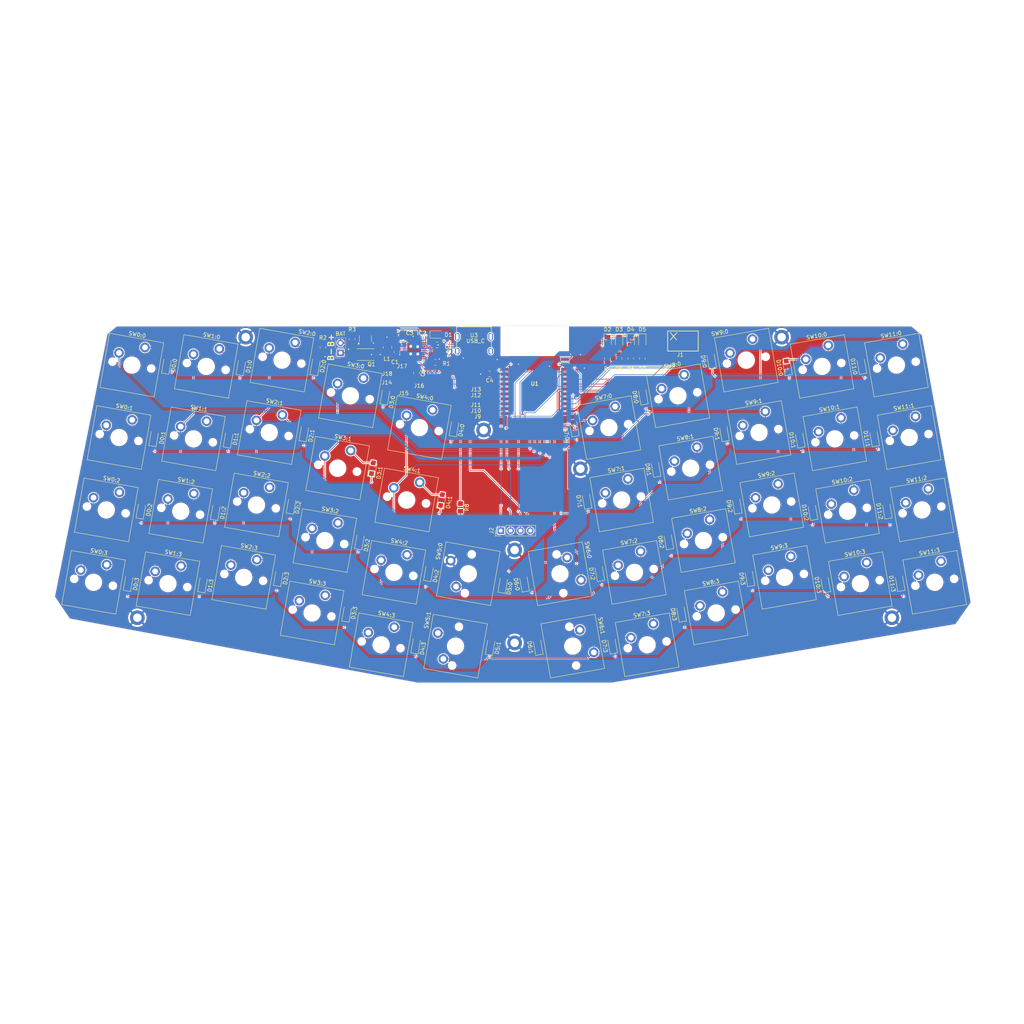
<source format=kicad_pcb>
(kicad_pcb (version 20241229) (generator "pcbnew") (generator_version "9.0")
  (layers (0 "F.Cu" signal) (2 "B.Cu" signal) (13 "F.Paste" user) (15 "B.Paste" user) (5 "F.SilkS" user "F.Silkscreen") (7 "B.SilkS" user "B.Silkscreen") (1 "F.Mask" user) (3 "B.Mask" user) (25 "Edge.Cuts" user))
  (net 0 "")
  (net 1 "Net-(D0:0-K)")
  (net 2 "Net-(D0:0-A)")
  (net 3 "Net-(D0:1-A)")
  (net 4 "Net-(D0:1-K)")
  (net 5 "Net-(D0:2-K)")
  (net 6 "Net-(D0:2-A)")
  (net 7 "Net-(D0:3-K)")
  (net 8 "Net-(D0:3-A)")
  (net 9 "Net-(D1:0-A)")
  (net 10 "Net-(D1:1-A)")
  (net 11 "Net-(D1:2-A)")
  (net 12 "Net-(D1:3-A)")
  (net 13 "Net-(D2:0-A)")
  (net 14 "Net-(D2:1-A)")
  (net 15 "Net-(D2:2-A)")
  (net 16 "Net-(D2:3-A)")
  (net 17 "Net-(D3:0-A)")
  (net 18 "Net-(D3:1-A)")
  (net 19 "Net-(D3:2-A)")
  (net 20 "Net-(D3:3-A)")
  (net 21 "Net-(D4:0-A)")
  (net 22 "Net-(D4:1-A)")
  (net 23 "Net-(D4:2-A)")
  (net 24 "Net-(D4:3-A)")
  (net 25 "Net-(D5:0-A)")
  (net 26 "Net-(D5:1-A)")
  (net 27 "Net-(D6:0-A)")
  (net 28 "Net-(D6:1-A)")
  (net 29 "Net-(D7:0-A)")
  (net 30 "Net-(D7:1-A)")
  (net 31 "Net-(D7:2-A)")
  (net 32 "Net-(D7:3-A)")
  (net 33 "Net-(D8:0-A)")
  (net 34 "Net-(D8:1-A)")
  (net 35 "Net-(D8:2-A)")
  (net 36 "Net-(D8:3-A)")
  (net 37 "Net-(D9:0-A)")
  (net 38 "Net-(D9:1-A)")
  (net 39 "Net-(D9:2-A)")
  (net 40 "Net-(D9:3-A)")
  (net 41 "Net-(D10:0-A)")
  (net 42 "Net-(D10:1-A)")
  (net 43 "Net-(D10:2-A)")
  (net 44 "Net-(D10:3-A)")
  (net 45 "Net-(D11:0-A)")
  (net 46 "Net-(D11:1-A)")
  (net 47 "Net-(D11:2-A)")
  (net 48 "Net-(D11:3-A)")
  (net 49 "Net-(SW0:0-a)")
  (net 50 "Net-(SW1:0-a)")
  (net 51 "Net-(SW2:0-a)")
  (net 52 "Net-(SW3:0-a)")
  (net 53 "Net-(SW4:0-a)")
  (net 54 "VSYS")
  (net 55 "Net-(SW7:0-b)")
  (net 56 "Net-(SW8:0-b)")
  (net 57 "Net-(SW9:0-b)")
  (net 58 "Net-(SW10:0-b)")
  (net 59 "Net-(SW11:0-b)")
  (net 60 "GND")
  (net 61 "Net-(IC2-VBUSOUT)")
  (net 62 "3V3")
  (net 63 "Net-(D1-K)")
  (net 64 "Net-(D2-K)")
  (net 65 "Net-(D2-A)")
  (net 66 "Net-(D3-A)")
  (net 67 "Net-(D3-K)")
  (net 68 "Net-(D4-A)")
  (net 69 "Net-(D4-K)")
  (net 70 "Net-(D5-A)")
  (net 71 "Net-(D5-K)")
  (net 72 "Net-(D5:0-K)")
  (net 73 "Net-(IC2-CC2)")
  (net 74 "Net-(IC2-GPIO4)")
  (net 76 "Net-(IC2-GPIO2)")
  (net 77 "Net-(IC2-GPIO1)")
  (net 78 "Net-(IC2-SW2)")
  (net 79 "Net-(IC2-VSET2)")
  (net 81 "Net-(IC2-SDA)")
  (net 83 "Net-(IC2-GPIO3)")
  (net 85 "Net-(IC2-VBUS)")
  (net 86 "Net-(IC2-LSIN1{slash}VINLDO1)")
  (net 87 "Net-(IC2-GPIO0)")
  (net 88 "Net-(IC2-VBAT)")
  (net 89 "Net-(IC2-SCL)")
  (net 90 "Net-(IC2-CC1)")
  (net 91 "Net-(J1-Pin_2)")
  (net 92 "Net-(J1-Pin_3)")
  (net 93 "Net-(J1-Pin_5)")
  (net 94 "/disp_sda")
  (net 95 "/disp_sck")
  (net 96 "Net-(J3-Pin_1)")
  (net 98 "Net-(IC2-SHPHLD)")
  (net 99 "Net-(J9-Pin_1)")
  (net 100 "Net-(J10-Pin_1)")
  (net 101 "Net-(J11-Pin_1)")
  (net 102 "Net-(J12-Pin_1)")
  (net 103 "Net-(J13-Pin_1)")
  (net 106 "Net-(U2-OD)")
  (net 107 "Net-(U2-OC)")
  (net 108 "Net-(U2-CS)")
  (net 109 "Net-(U2-VCC)")
  (net 111 "Net-(SW5:1-a)")
  (footprint "MountingHole:MountingHole_2.2mm_M2_DIN965_Pad" (layer "F.Cu") (at 150 127)
    (property "Reference" "H3" (hide yes))
    (property "Value" "MountingHole_Pad" (hide yes))
  )
  (footprint "Diode_SMD:Nexperia_CFP3_SOD-123W" (layer "F.Cu") (at 79.305794 55.559166 80)
    (property "Reference" "D1:0")
    (property "Value" "~" (hide yes))
  )
  (footprint "PCM_Switch_Keyboard_Cherry_MX:SW_Cherry_MX_PCB" (layer "F.Cu") (at 255.275324 92.630868 10)
    (property "Reference" "SW11:2")
    (property "Value" "~")
  )
  (footprint "Resistor_SMD:R_0805_2012Metric_Pad1.20x1.40mm_HandSolder" (layer "F.Cu") (at 183 53.5 90)
    (property "Reference" "R7")
    (property "Value" "1k")
  )
  (footprint "Resistor_SMD:R_0805_2012Metric_Pad1.20x1.40mm_HandSolder" (layer "F.Cu") (at 174 53.5 90)
    (property "Reference" "R4")
    (property "Value" "1k")
  )
  (footprint "FS8205A:SOP65P640X120-8N" (layer "F.Cu") (at 111.5 52.5)
    (property "Reference" "Q1")
    (property "Value" "FS8205A")
  )
  (footprint "PCM_Switch_Keyboard_Cherry_MX:SW_Cherry_MX_PCB" (layer "F.Cu") (at 165.017903 127.838792 -80)
    (property "Reference" "SW6:1")
    (property "Value" "~")
  )
  (footprint "MountingHole:MountingHole_2.2mm_M2_DIN965_Pad" (layer "F.Cu") (at 142 72)
    (property "Reference" "H6" (hide yes))
    (property "Value" "MountingHole_Pad" (hide yes))
  )
  (footprint "MountingHole:MountingHole_2.2mm_M2_DIN965_Pad" (layer "F.Cu") (at 167 82)
    (property "Reference" "H5" (hide yes))
    (property "Value" "MountingHole_Pad" (hide yes))
  )
  (footprint "Diode_SMD:Nexperia_CFP3_SOD-123W" (layer "F.Cu") (at 69.407848 111.693207 80)
    (property "Reference" "D1:3")
    (property "Value" "~" (hide yes))
  )
  (footprint "Diode_SMD:Nexperia_CFP3_SOD-123W" (layer "F.Cu") (at 56.774187 73.925621 80)
    (property "Reference" "D0:1")
    (property "Value" "~" (hide yes))
  )
  (footprint "Diode_SMD:Nexperia_CFP3_SOD-123W" (layer "F.Cu") (at 143.732292 127.844892 80)
    (property "Reference" "D5:1")
    (property "Value" "~")
  )
  (footprint "Diode_SMD:Nexperia_CFP3_SOD-123W" (layer "F.Cu") (at 186.49467 81.847851 100)
    (property "Reference" "D8:1")
    (property "Value" "~")
  )
  (footprint "PCM_Switch_Keyboard_Cherry_MX:SW_Cherry_MX_PCB" (layer "F.Cu") (at 180.950879 108.782553 10)
    (property "Reference" "SW7:2")
    (property "Value" "~")
  )
  (footprint "PCM_Switch_Keyboard_Cherry_MX:SW_Cherry_MX_PCB" (layer "F.Cu") (at 47.774187 73.925621 -10)
    (property "Reference" "SW0:1")
    (property "Value" "~" (hide yes))
  )
  (footprint "Diode_SMD:Nexperia_CFP3_SOD-123W" (layer "F.Cu") (at 76.006478 74.270513 80)
    (property "Reference" "D1:1")
    (property "Value" "~" (hide yes))
  )
  (footprint "PCM_Switch_Keyboard_Cherry_MX:SW_Cherry_MX_PCB" (layer "F.Cu") (at 232.743717 74.264413 10)
    (property "Reference" "SW10:1")
    (property "Value" "~")
  )
  (footprint "Resistor_SMD:R_0805_2012Metric_Pad1.20x1.40mm_HandSolder" (layer "F.Cu") (at 129.5 54.5)
    (property "Reference" "R1")
    (property "Value" "300k")
  )
  (footprint "Diode_SMD:Nexperia_CFP3_SOD-123W" (layer "F.Cu") (at 60.073502 55.214273 80)
    (property "Reference" "D0:0")
    (property "Value" "~" (hide yes))
  )
  (footprint "PCM_Switch_Keyboard_Cherry_MX:SW_Cherry_MX_PCB" (layer "F.Cu") (at 44.474871 92.636968 -10)
    (property "Reference" "SW0:2")
    (property "Value" "~" (hide yes))
  )
  (footprint "Diode_SMD:Nexperia_CFP3_SOD-123W" (layer "F.Cu") (at 246.275324 92.630868 100)
    (property "Reference" "D11:2")
    (property "Value" "~")
  )
  (footprint "Resistor_SMD:R_0805_2012Metric_Pad1.20x1.40mm_HandSolder" (layer "F.Cu") (at 108 48.5 90)
    (property "Reference" "R3")
    (property "Value" "100R" (hide yes))
  )
  (footprint "PCM_Switch_Keyboard_Cherry_MX:SW_Cherry_MX_PCB" (layer "F.Cu") (at 258.574639 111.342215 10)
    (property "Reference" "SW11:3")
    (property "Value" "~")
  )
  (footprint "Diode_SMD:Nexperia_CFP3_SOD-123W" (layer "F.Cu") (at 193.093301 119.270546 100)
    (property "Reference" "D8:3")
    (property "Value" "~")
  )
  (footprint "Connector_Wire:SolderWirePad_1x01_SMD_1x2mm" (layer "F.Cu") (at 143 65.5 90)
    (property "Reference" "J11")
    (property "Value" "Conn_01x01")
  )
  (footprint "LED_SMD:LED_0805_2012Metric_Pad1.15x1.40mm_HandSolder" (layer "F.Cu") (at 174 49 -90)
    (property "Reference" "D2")
    (property "Value" "LED")
  )
  (footprint "PCM_Switch_Keyboard_Cherry_MX:SW_Cherry_MX_PCB" (layer "F.Cu") (at 192.195355 63.136504 10)
    (property "Reference" "SW8:0")
    (property "Value" "~")
  )
  (footprint "mylib:SWD_PROG_5pin" (layer "F.Cu") (at 190.95 50.3)
    (property "Reference" "J1")
    (property "Value" "PROG")
  )
  (footprint "MountingHole:MountingHole_2.2mm_M2_DIN965_Pad" (layer "F.Cu") (at 80.5 48)
    (property "Reference" "H8" (hide yes))
    (property "Value" "MountingHole_Pad" (hide yes))
  )
  (footprint "MountingHole:MountingHole_2.2mm_M2_DIN965_Pad" (layer "F.Cu") (at 219 48)
    (property "Reference" "H7" (hide yes))
    (property "Value" "MountingHole_Pad" (hide yes))
  )
  (footprint "MountingHole:MountingHole_2.2mm_M2_DIN965_Pad" (layer "F.Cu") (at 247.5 120.5)
    (property "Reference" "H1" (hide yes))
    (property "Value" "MountingHole_Pad" (hide yes))
  )
  (footprint "Inductor_SMD:L_1008_2520Metric_Pad1.43x2.20mm_HandSolder" (layer "F.Cu") (at 117.144373 50.646274 90)
    (property "Reference" "L1")
    (property "Value" "L")
  )
  (footprint "Diode_SMD:Nexperia_CFP3_SOD-123W" (layer "F.Cu") (at 165.352248 71.359858 100)
    (property "Reference" "D7:0")
    (property "Value" "~")
  )
  (footprint "MountingHole:MountingHole_2.2mm_M2_DIN965_Pad" (layer "F.Cu") (at 150 103)
    (property "Reference" "H4" (hide yes))
    (property "Value" "MountingHole_Pad" (hide yes))
  )
  (footprint "Connector_Wire:SolderWirePad_1x01_SMD_1x2mm" (layer "F.Cu") (at 143 63 90)
    (property "Reference" "J12")
    (property "Value" "Conn_01x01")
  )
  (footprint "PCM_Switch_Keyboard_Cherry_MX:SW_Cherry_MX_PCB" (layer "F.Cu") (at 213.164128 72.63969 10)
    (property "Reference" "SW9:1")
    (property "Value" "~")
  )
  (footprint "Diode_SMD:Nexperia_CFP3_SOD-123W" (layer "F.Cu") (at 200.864813 53.928342 100)
    (property "Reference" "D9:0")
    (property "Value" "~")
  )
  (footprint "Diode_SMD:Nexperia_CFP3_SOD-123W" (layer "F.Cu") (at 249.574639 111.342215 100)
    (property "Reference" "D11:3")
    (property "Value" "~")
  )
  (footprint "mylib:QFN50P500X500X90-33N" (layer "F.Cu") (at 124.05 51.25)
    (property "Reference" "IC2")
    (property "Value" "NPM1300-QEAA-R7" (hide yes))
  )
  (footprint "Connector_Wire:SolderWirePad_1x01_SMD_1x2mm" (layer "F.Cu") (at 143 67 90)
    (property "Reference" "J10")
    (property "Value" "Conn_01x01")
  )
  (footprint "PCM_Switch_Keyboard_Cherry_MX:SW_Cherry_MX_PCB" (layer "F.Cu") (at 89.885382 53.934442 -10)
    (property "Reference" "SW2:0")
    (property "Value" "~" (hide yes))
  )
  (footprint "Diode_SMD:Nexperia_CFP3_SOD-123W" (layer "F.Cu") (at 175.250195 127.4939 100)
    (property "Reference" "D7:3")
    (property "Value" "~")
  )
  (footprint "PCM_Switch_Keyboard_Cherry_MX:SW_Cherry_MX_PCB" (layer "F.Cu") (at 51.073502 55.214273 -10)
    (property "Reference" "SW0:0")
    (property "Value" "~" (hide yes))
  )
  (footprint "Diode_SMD:Nexperia_CFP3_SOD-123W" (layer "F.Cu") (at 147 111.813482 80)
    (property "Reference" "D5:0")
    (property "Value" "~")
  )
  (footprint "Capacitor_SMD:C_0805_2012Metric_Pad1.18x1.45mm_HandSolder" (layer "F.Cu") (at 119.9625 46.927985)
    (property "Reference" "C3")
    (property "Value" "10uf")
  )
  (footprint "PCM_Switch_Keyboard_Cherry_MX:SW_Cherry_MX_PCB" (layer "F.Cu") (at 86.586067 72.645789 -10)
    (property "Reference" "SW2:1")
    (property "Value" "~" (hide yes))
  )
  (footprint "MountingHole:MountingHole_2.2mm_M2_DIN965_Pad" (layer "F.Cu") (at 52.5 120.5)
    (property "Reference" "H2" (hide yes))
    (property "Value" "MountingHole_Pad" (hide yes))
  )
  (footprint "Diode_SMD:Nexperia_CFP3_SOD-123W" (layer "F.Cu") (at 220.444401 55.553066 100)
    (property "Reference" "D10:0")
    (property "Value" "~")
  )
  (footprint "Diode_SMD:Nexperia_CFP3_SOD-123W" (layer "F.Cu") (at 171.950879 108.782553 100)
    (property "Reference" "D7:2")
    (property "Value" "~")
  )
  (footprint "PCM_Switch_Keyboard_Cherry_MX:SW_Cherry_MX_PCB" (layer "F.Cu") (at 104.255525 81.853951 -10)
    (property "Reference" "SW3:1")
    (property "Value" "~" (hide yes))
  )
  (footprint "PCM_Switch_Keyboard_Cherry_MX:SW_Cherry_MX_PCB" (layer "F.Cu") (at 202.093301 119.270546 10)
    (property "Reference" "SW8:3")
    (property "Value" "~")
  )
  (footprint "PCM_Switch_Keyboard_Cherry_MX:SW_Cherry_MX_PCB" (layer "F.Cu") (at 118.799316 108.788653 -10)
    (property "Reference" "SW4:2")
    (property "Value" "~" (hide yes))
  )
  (footprint "Diode_SMD:Nexperia_CFP3_SOD-123W" (layer "F.Cu") (at 124.5 127.5 80)
    (property "Reference" "D4:3")
    (property "Value" "~")
  )
  (footprint "PCM_Switch_Keyboard_Cherry_MX:SW_Cherry_MX_PCB" (layer "F.Cu") (at 60.407848 111.693207 -10)
    (property "Reference" "SW1:3")
    (property "Value" "~" (hide yes))
  )
  (footprint "PCM_Switch_Keyboard_Cherry_MX:SW_Cherry_MX_PCB" (layer "F.Cu") (at 63.707163 92.98186 -10)
    (property "Reference" "SW1:2")
    (property "Value" "~" (hide yes))
  )
  (footprint "Diode_SMD:Nexperia_CFP3_SOD-123W" (layer "F.Cu") (at 88.987436 110.068484 80)
    (property "Reference" "D2:3")
    (property "Value" "~")
  )
  (footprint "Capacitor_SMD:C_0805_2012Metric_Pad1.18x1.45mm_HandSolder" (layer "F.Cu") (at 124.632741 57.232447 -90)
    (property "Reference" "C5")
    (property "Value" "100nf")
  )
  (footprint "Diode_SMD:Nexperia_CFP3_SOD-123W" (layer "F.Cu") (at 227.043032 92.97576 100)
    (property "Reference" "D10:2")
    (property "Value" "~")
  )
  (footprint "Connector_Wire:SolderWirePad_1x01_SMD_1x2mm" (layer "F.Cu") (at 143 61.5 90)
    (property "Reference" "J13")
    (property "Value" "Conn_01x01")
  )
  (footprint "Diode_SMD:Nexperia_CFP3_SOD-123W" (layer "F.Cu") (at 204.164128 72.63969 100)
    (property "Reference" "D9:1")
    (property "Value" "~")
  )
  (footprint "PCM_Switch_Keyboard_Cherry_MX:SW_Cherry_MX_PCB" (layer "F.Cu") (at 70.305794 55.559166 -10)
    (property "Reference" "SW1:0")
    (property "Value" "~" (hide yes))
  )
  (footprint "Connector_Wire:SolderWirePad_1x01_SMD_1x2mm" (layer "F.Cu") (at 119 57.5)
    (property "Reference" "J18")
    (property "Value" "Conn_01x01")
  )
  (footprint "PCM_Switch_Keyboard_Cherry_MX:SW_Cherry_MX_PCB" (layer "F.Cu") (at 229.444401 55.553066 10)
    (property "Reference" "SW10:0")
    (property "Value" "~")
  )
  (footprint "Diode_SMD:Nexperia_CFP3_SOD-123W" (layer "F.Cu") (at 106.656894 119.276646 80)
    (property "Reference" "D3:3")
    (property "Value" "~" (hide yes))
  )
  (footprint "PCM_Switch_Keyboard_Cherry_MX:SW_Cherry_MX_PCB" (layer "F.Cu") (at 134.732292 127.844892 80)
    (property "Reference" "SW5:1")
    (property "Value" "~")
  )
  (footprint "Diode_SMD:Nexperia_CFP3_SOD-123W" (layer "F.Cu") (at 242.976008 73.919521 100)
    (property "Reference" "D11:1")
    (property "Value" "~")
  )
  (footprint "Diode_SMD:Nexperia_CFP3_SOD-123W" (layer "F.Cu") (at 50.175556 111.348315 80)
    (property "Reference" "D0:3")
    (property "Value" "~" (hide yes))
  )
  (footprint "Diode_SMD:Nexperia_CFP3_SOD-123W" (layer "F.Cu") (at 72.707163 92.98186 80)
    (property "Reference" "D1:2")
    (property "Value" "~" (hide yes))
  )
  (footprint "PCM_Switch_Keyboard_Cherry_MX:SW_Cherry_MX_PCB" (layer "F.Cu") (at 251.976008 73.919521 10)
    (property "Reference" "SW11:1")
    (property "Value" "~")
  )
  (footprint "LED_SMD:LED_0805_2012Metric_Pad1.15x1.40mm_HandSolder" (layer "F.Cu") (at 183 49 -90)
    (property "Reference" "D5")
    (property "Value" "LED")
  )
  (footprint "PCM_Switch_Keyboard_Cherry_MX:SW_Cherry_MX_PCB" (layer "F.Cu") (at 125.397947 71.365958 -10)
    (property "Reference" "SW4:0")
    (property "Value" "~")
  )
  (footprint "Diode_SMD:D_SOD-123" (layer "F.Cu") (at 98.5 55.5 80)
    (property "Reference" "D2:0")
    (property "Value" "1N4148W" (hide yes))
  )
  (footprint "Resistor_SMD:R_0805_2012Metric_Pad1.20x1.40mm_HandSolder" (layer "F.Cu") (at 136 92 -90)
    (property "Reference" "R8")
    (property "Value" "0R")
  )
  (footprint "PCM_Switch_Keyboard_Cherry_MX:SW_Cherry_MX_PCB" (layer "F.Cu") (at 236.043032 92.97576 10)
    (property "Reference" "SW10:2")
    (property "Value" "~")
  )
  (footprint "PCM_Switch_Keyboard_Cherry_MX:SW_Cherry_MX_PCB" (layer "F.Cu") (at 138.031607 109.133542 80)
    (property "Reference" "SW5:0")
    (property "Value" "~")
  )
  (footprint "PCM_Switch_Keyboard_Cherry_MX:SW_Cherry_MX_PCB" (layer "F.Cu") (at 248.676693 55.208174 10)
    (property "Reference" "SW11:0")
    (property "Value" "~")
  )
  (footprint "Diode_SMD:Nexperia_CFP3_SOD-123W" (layer "F.Cu") (at 134.397947 71.365958 80)
    (property "Reference" "D4:0")
    (property "Value" "~")
  )
  (footprint "Resistor_SMD:R_0805_2012Metric_Pad1.20x1.40mm_HandSolder" (layer "F.Cu") (at 180 53.5 90)
    (property "Reference" "R6")
    (property "Value" "1k")
  )
  (footprint "PCM_Switch_Keyboard_Cherry_MX:SW_Cherry_MX_PCB" (layer "F.Cu") (at 107.55484 63.142604 -10)
    (property "Reference" "SW3:0")
    (property "Value" "~")
  )
  (footprint "Diode_SMD:Nexperia_CFP3_SOD-123W" (layer "F.Cu") (at 210.762759 110.062384 100)
    (property "Reference" "D9:3")
    (property "Value" "~")
  )
  (footprint "Diode_SMD:Nexperia_CFP3_SOD-123W" (layer "F.Cu") (at 168.651564 90.071206 100)
    (property "Reference" "D7:1")
    (property "Value" "~")
  )
  (footprint "PCM_Switch_Keyboard_Cherry_MX:SW_Cherry_MX_PCB" (layer "F.Cu") (at 195.49467 81.847851 10)
    (property "Reference" "SW8:1")
    (property "Value" "~")
  )
  (footprint "Diode_SMD:Nexperia_CFP3_SOD-123W" (layer "F.Cu") (at 131.098631 90.077305 80)
    (property "Reference" "D4:1")
    (property "Value" "~")
  )
  (footprint "PCM_Switch_Keyboard_Cherry_MX:SW_Cherry_MX_PCB" (layer "F.Cu") (at 100.956209 100.565299 -10)
    (property "Reference" "SW3:2")
    (property "Value" "~" (hide yes))
  )
  (footprint "PCM_Switch_Keyboard_Cherry_MX:SW_Cherry_MX_PCB" (layer "F.Cu") (at 198.793986 100.559199 10)
    (property "Reference" "SW8:2")
    (property "Value" "~")
  )
  (footprint "Connector_Wire:SolderWirePad_1x01_SMD_1x2mm" (layer "F.Cu") (at 119 60.5)
    (property "Reference" "J14")
    (property "Value" "Conn_01x01")
  )
  (footprint "PCM_Switch_Keyboard_Cherry_MX:SW_Cherry_MX_PCB" (layer "F.Cu") (at 184.250195 127.4939 10)
    (property "Reference" "SW7:3")
    (property "Value" "~")
  )
  (footprint "PCM_Switch_Keyboard_Cherry_MX:SW_Cherry_MX_PCB" (layer "F.Cu") (at 219.762759 110.062384 10)
    (property "Reference" "SW9:3")
    (property "Value" "~")
  )
  (footprint "Capacitor_SMD:C_0805_2012Metric_Pad1.18x1.45mm_HandSolder" (layer "F.Cu") (at 119.588866 51.811752 90)
    (property "Reference" "C1")
    (property "Value" "10uf")
  )
  (footprint "LED_SMD:LED_0805_2012Metric_Pad1.15x1.40mm_HandSolder" (layer "F.Cu") (at 130.001133 47.279634)
    (property "Reference" "D1")
    (property "Value" "CHRG_LED")
  )
  (footprint "PCM_Switch_Keyboard_Cherry_MX:SW_Cherry_MX_PCB" (layer "F.Cu") (at 79.987436 110.068484 -10)
    (property "Reference" "SW2:3")
    (property "Value" "~" (hide yes))
  )
  (footprint "Resistor_SMD:R_0805_2012Metric_Pad1.20x1.40mm_HandSolder" (layer "F.Cu") (at 177 53.5 90)
    (property "Reference" "R5")
    (property "Value" "1k")
  )
  (footprint "Diode_SMD:Nexperia_CFP3_SOD-123W" (layer "F.Cu") (at 92.286751 91.357137 80)
    (property "Reference" "D2:2")
    (property "Value" "~")
  )
  (footprint "PCM_Switch_Keyboard_Cherry_MX:SW_Cherry_MX_PCB" (layer "F.Cu") (at 177.651564 90.071206 10)
    (property "Reference" "SW7:1")
    (property "Value" "~")
  )
  (footprint "Diode_SMD:Nexperia_CFP3_SOD-123W" (layer "F.Cu") (at 239.676693 55.208174 100)
    (property "Reference" "D11:0")
    (property "Value" "~")
  )
  (footprint "Capacitor_SMD:C_0805_2012Metric_Pad1.18x1.45mm_HandSolder" (layer "F.Cu") (at 143.5375 57.5 180)
    (property "Reference" "C4")
    (property "Value" "10uf")
  )
  (footprint "Diode_SMD:Nexperia_CFP3_SOD-123W" (layer "F.Cu") (at 116.55484 63.142604 80)
    (property "Reference" "D3:0")
    (property "Value" "~")
  )
  (footprint "Diode_SMD:Nexperia_CFP3_SOD-123W" (layer "F.Cu") (at 113.255525 81.853951 80)
    (property "Reference" "D3:1")
    (property "Value" "~")
  )
  (footprint "PCM_Switch_Keyboard_Cherry_MX:SW_Cherry_MX_PCB" (layer "F.Cu") (at 209.864813 53.928342 10)
    (property "Reference" "SW9:0")
    (property "Value" "~")
  )
  (footprint "PCM_Switch_Keyboard_Cherry_MX:SW_Cherry_MX_PCB" (layer "F.Cu") (at 67.006478 74.270513 -10)
    (property "Reference" "SW1:1")
    (property "Value" "~" (hide yes))
  )
  (footprint "PCM_Switch_Keyboard_Cherry_MX:SW_Cherry_MX_PCB" (layer "F.Cu") (at 97.656894 119.276646 -10)
    (property "Reference" "SW3:3")
    (property "Value" "~" (hide yes))
  )
  (footprint "Connector_Wire:SolderWirePad_1x01_SMD_1x2mm" (layer "F.Cu") (at 123 60.5)
    (property "Reference" "J16")
    (property "Value" "Conn_01x01")
  )
  (footprint "PCM_Switch_Keyboard_Cherry_MX:SW_Cherry_MX_PCB" (layer "F.Cu") (at 115.5 127.5 -10)
    (property "Reference" "SW4:3")
    (property "Value" "~")
  )
  (footprint "Diode_SMD:Nexperia_CFP3_SOD-123W" (layer "F.Cu") (at 183.195355 63.136504 100)
    (property "Reference" "D8:0")
    (property "Value" "~")
  )
  (footprint "PCM_Switch_Keyboard_Cherry_MX:SW_Cherry_MX_PCB" (layer "F.Cu") (at 161.718588 109.133542 -80)
    (property "Reference" "SW6:0")
    (property "Value" "~")
  )
  (footprint "Diode_SMD:Nexperia_CFP3_SOD-123W" (layer "F.Cu") (at 223.743717 74.264413 100)
    (property "Reference" "D10:1")
    (property "Value" "~")
  )
  (footprint "PCM_Switch_Keyboard_Cherry_MX:SW_Cherry_MX_PCB" (layer "F.Cu") (at 216.463444 91.351037 10)
    (property "Reference" "SW9:2")
    (property "Value" "~")
  )
  (footprint "Connector_Wire:SolderWirePad_1x01_SMD_1x2mm" (layer "F.Cu") (at 121 60.5)
    (property "Reference" "J15")
    (property "Value" "Conn_01x01")
  )
  (footprint "Diode_SMD:Nexperia_CFP3_SOD-123W" (layer "F.Cu") (at 127.799316 108.788653 80)
    (property "Reference" "D4:2")
    (property "Value" "~")
  )
  (footprint "LED_SMD:LED_0805_2012Metric_Pad1.15x1.40mm_HandSolder" (layer "F.Cu") (at 177 49 -90)
    (property "Reference" "D3")
    (property "Value" "LED")
  )
  (footprint "Diode_SMD:Nexperia_CFP3_SOD-123W" (layer "F.Cu") (at 53.474871 92.636968 80)
    (property "Reference" "D0:2")
    (property "Value" "~" (hide yes))
  )
  (footprint "Diode_SMD:Nexperia_CFP3_SOD-123W" (layer "F.Cu") (at 156.017903 127.838792 100)
    (property "Reference" "D6:1")
    (property "Value" "~")
  )
  (footprint "Diode_SMD:Nexperia_CFP3_SOD-123W" (layer "F.Cu") (at 189.793986 100.559199 100)
    (property "Reference" "D8:2")
    (property "Value" "~")
  )
  (footprint "PCM_Switch_Keyboard_Cherry_MX:SW_Cherry_MX_PCB" (layer "F.Cu") (at 239.342347 111.687108 10)
    (property "Reference" "SW10:3")
    (property "Value" "~")
  )
  (footprint "Connector_Wire:SolderWirePad_1x01_SMD_1x2mm" (layer "F.Cu") (at 143 68.5 90)
    (property "Reference" "J9")
    (property "Value" "Conn_01x01")
  )
  (footprint "PCM_Switch_Keyboard_Cherry_MX:SW_Cherry_MX_PCB" (layer "F.Cu") (at 174.352248 71.359858 10)
    (property "Reference" "SW7:0")
    (property "Value" "~")
  )
  (footprint "Package_TO_SOT_SMD:SOT-23-6" (layer "F.Cu") (at 111.422935 48.35726 90)
    (property "Reference" "U2" (hide yes))
    (property "Value" "DW01A" (hide yes))
  )
  (footprint "PCM_Switch_Keyboard_Cherry_MX:SW_Cherry_MX_PCB" (layer "F.Cu") (at 41.175556 111.348315 -10)
    (property "Reference" "SW0:3")
    (property "Value" "~" (hide yes))
  )
  (footprint "Diode_SMD:Nexperia_CFP3_SOD-123W" (layer "F.Cu") (at 95.586067 72.645789 80)
    (property "Reference" "D2:1")
    (property "Value" "~")
  )
  (footprint "Diode_SMD:Nexperia_CFP3_SOD-123W" (layer "F.Cu") (at 109.956209 100.565299 80)
    (property "Reference" "D3:2")
    (property "Value" "~")
  )
  (footprint "PCM_Switch_Keyboard_Cherry_MX:SW_Cherry_MX_PCB" (layer "F.Cu") (at 83.286751 91.357137 -10)
    (property "Reference" "SW2:2")
    (property "Value" "~" (hide yes))
  )
  (footprint "Connector_Wire:SolderWirePad_1x01_SMD_1x2mm" (layer "F.Cu") (at 121 57.5)
    (property "Reference" "J17")
    (property "Value" "Conn_01x01")
  )
  (footprint "Capacitor_SMD:C_0805_2012Metric_Pad1.18x1.45mm_HandSolder" (layer "F.Cu") (at 129.9625 50)
    (property "Reference" "C2")
    (property "Value" "1uf")
  )
  (footprint "mylib:nrf54l15_holyiot" (layer "F.Cu") (at 155.185 57.98)
    (property "Reference" "U1")
    (property "Value" "~")
  )
  (footprint "Resistor_SMD:R_0805_2012Metric_Pad1.20x1.40mm_HandSolder" (layer "F.Cu") (at 100.451423 50.645384 90)
    (property "Reference" "R2")
    (property "Value" "1K" (hide yes))
  )
  (footprint "Diode_SMD:Nexperia_CFP3_SOD-123W" (layer "F.Cu") (at 152.5 111.5 100)
    (property "Reference" "D6:0")
    (property "Value" "~")
  )
  (footprint "LED_SMD:LED_0805_2012Metric_Pad1.15x1.40mm_HandSolder" (layer "F.Cu") (at 180 49 -90)
    (property "Reference" "D4")
    (property "Value" "LED")
  )
  (footprint "my_usbc:USBC_6PIN" (layer "F.Cu") (at 139.5 47.5 180)
    (property "Reference" "U3")
    (property "Value" "USBC20")
  )
  (footprint "Diode_SMD:Nexperia_CFP3_SOD-123W" (layer "F.Cu") (at 207.463444 91.351037 100)
    (property "Reference" "D9:2")
    (property "Value" "~")
  )
  (footprint "Diode_SMD:Nexperia_CFP3_SOD-123W" (layer "F.Cu") (at 230.342347 111.687108 100)
    (property "Reference" "D10:3")
    (property "Value" "~")
  )
  (footprint "PCM_Switch_Keyboard_Cherry_MX:SW_Cherry_MX_PCB" (layer "F.Cu") (at 122.098631 90.077305 -10)
    (property "Reference" "SW4:1")
    (property "Value" "~")
  )
  (footprint "Connector_PinHeader_2.54mm:PinHeader_1x04_P2.54mm_Vertical" (layer "F.Cu") (at 146.42 98 90)
    (property "Reference" "J2")
    (property "Value" "disp")
  )
  (footprint "Connector_PinHeader_2.54mm:PinHeader_1x02_P2.54mm_Vertical" (layer "B.Cu") (at 105 52.04)
    (property "Reference" "J3" (hide yes))
    (property "Value" "BAT")
  )
  (gr_poly (pts (xy 44.586214 47.068928) (xy 47.109901 45) (xy 252.600772 45) (xy 255.431901 47.360033) (xy 268.099916 116.581682) (xy 264.070894 122.338997) (xy 175 137.5) (xy 125 137.5) (xy 34.917266 120.905812) (xy 30.980581 115.097097)) (stroke (width 0.05)) (fill no) (layer "Edge.Cuts"))
  (gr_text "B+" (at 103.419845 50.702751 90) (layer "F.SilkS") (effects (font (size 1.5 1.5) (thickness 0.3) (bold yes)) (justify left bottom)))
  (gr_text "B-" (at 103.391161 54.316904 90) (layer "F.SilkS") (effects (font (size 1.5 1.5) (thickness 0.3) (bold yes)) (justify left bottom)))
  (segment (start 164.66 62.66) (end 165 63) (width 0.15) (layer "F.Cu") (net 1))
  (segment (start 116.311733 65.688267) (end 116.311733 64.521335) (width 0.15) (layer "F.Cu") (net 1))
  (segment (start 220.687508 57.687508) (end 220.687508 56.931797) (width 0.15) (layer "F.Cu") (net 1))
  (segment (start 201.74287 58.058249) (end 201.10792 57.423299) (width 0.15) (layer "F.Cu") (net 1))
  (segment (start 134.15484 74.34516) (end 134.15484 72.744689) (width 0.15) (layer "F.Cu") (net 1))
  (segment (start 221 58.5) (end 221 58) (width 0.15) (layer "F.Cu") (net 1))
  (segment (start 239.9198 57.9198) (end 240.5 58.5) (width 0.15) (layer "F.Cu") (net 1))
  (segment (start 201.10792 57.423299) (end 201.10792 55.307073) (width 0.15) (layer "F.Cu") (net 1))
  (segment (start 166 74.5) (end 165.595355 74.095355) (width 0.15) (layer "F.Cu") (net 1))
  (segment (start 163 62.66) (end 164.66 62.66) (width 0.15) (layer "F.Cu") (net 1))
  (segment (start 154.5 114) (end 153.378731 112.878731) (width 0.15) (layer "F.Cu") (net 1))
  (segment (start 153.378731 112.878731) (end 152.743107 112.878731) (width 0.15) (layer "F.Cu") (net 1))
  (segment (start 221 58) (end 220.687508 57.687508) (width 0.15) (layer "F.Cu") (net 1))
  (segment (start 184 66) (end 183.438462 65.438462) (width 0.15) (layer "F.Cu") (net 1))
  (segment (start 183.438462 65.438462) (end 183.438462 64.515235) (width 0.15) (layer "F.Cu") (net 1))
  (segment (start 79 58.5) (end 79.062687 58.437313) (width 0.15) (layer "F.Cu") (net 1))
  (segment (start 239.9198 56.586905) (end 239.9198 57.9198) (width 0.15) (layer "F.Cu") (net 1))
  (segment (start 116 66) (end 116.311733 65.688267) (width 0.15) (layer "F.Cu") (net 1))
  (segment (start 165.528803 71.116801) (end 165.528803 72.672037) (width 0.15) (layer "F.Cu") (net 1))
  (segment (start 98 58.5) (end 98 57.338414) (width 0.15) (layer "F.Cu") (net 1))
  (segment (start 201.74287 58.090672) (end 201.74287 58.058249) (width 0.15) (layer "F.Cu") (net 1))
  (segment (start 59.830395 56.593004) (end 60.237391 57) (width 0.15) (layer "F.Cu") (net 1))
  (segment (start 165.595355 74.095355) (end 165.595355 72.738589) (width 0.15) (layer "F.Cu") (net 1))
  (segment (start 165.528803 72.672037) (end 165.595355 72.738589) (width 0.15) (layer "F.Cu") (net 1))
  (segment (start 133.5 75) (end 134.15484 74.34516) (width 0.15) (layer "F.Cu") (net 1))
  (segment (start 165.530927 71.114677) (end 165.528803 71.116801) (width 0.15) (layer "F.Cu") (net 1))
  (segment (start 98 57.338414) (end 98.213481 57.124933) (width 0.15) (layer "F.Cu") (net 1))
  (segment (start 60.237391 57) (end 61.5 57) (width 0.15) (layer "F.Cu") (net 1))
  (segment (start 79.062687 58.437313) (end 79.062687 56.937897) (width 0.15) (layer "F.Cu") (net 1))
  (segment (start 184 66.5) (end 184 66) (width 0.15) (layer "F.Cu") (net 1))
  (via (at 61.5 57) (size 0.45) (drill 0.3) (layers "F.Cu" "B.Cu") (net 1))
  (via (at 165 63) (size 0.45) (drill 0.3) (layers "F.Cu" "B.Cu") (net 1))
  (via (at 240.5 58.5) (size 0.45) (drill 0.3) (layers "F.Cu" "B.Cu") (net 1))
  (via (at 184 66.5) (size 0.45) (drill 0.3) (layers "F.Cu" "B.Cu") (net 1))
  (via (at 154.5 114) (size 0.45) (drill 0.3) (layers "F.Cu" "B.Cu") (net 1))
  (via (at 201.74287 58.090672) (size 0.45) (drill 0.3) (layers "F.Cu" "B.Cu") (net 1))
  (via (at 98 58.5) (size 0.45) (drill 0.3) (layers "F.Cu" "B.Cu") (net 1))
  (via (at 133.5 75) (size 0.45) (drill 0.3) (layers "F.Cu" "B.Cu") (net 1))
  (via (at 166 74.5) (size 0.45) (drill 0.3) (layers "F.Cu" "B.Cu") (net 1))
  (via (at 79 58.5) (size 0.45) (drill 0.3) (layers "F.Cu" "B.Cu") (net 1))
  (via (at 165.530927 71.114677) (size 0.45) (drill 0.3) (layers "F.Cu" "B.Cu") (net 1))
  (via (at 221 58.5) (size 0.45) (drill 0.3) (layers "F.Cu" "B.Cu") (net 1))
  (via (at 116 66) (size 0.45) (drill 0.3) (layers "F.Cu" "B.Cu") (net 1))
  (segment (start 104.387419 65.8) (end 114.502146 65.8) (width 0.15) (layer "B.Cu") (net 1))
  (segment (start 98 58.5) (end 98 59.412581) (width 0.15) (layer "B.Cu") (net 1))
  (segment (start 201.74287 58.090672) (end 201.775293 58.090672) (width 0.15) (layer "B.Cu") (net 1))
  (segment (start 165.332776 71.114677) (end 165 70.781901) (width 0.15) (layer "B.Cu") (net 1))
  (segment (start 133.5 75) (end 165.5 75) (width 0.15) (layer "B.Cu") (net 1))
  (segment (start 201.5 61) (end 196 66.5) (width 0.15) (layer "B.Cu") (net 1))
  (segment (start 114.502146 65.8) (end 114.702147 66) (width 0.15) (layer "B.Cu") (net 1))
  (segment (start 79 58.5) (end 98 58.5) (width 0.15) (layer "B.Cu") (net 1))
  (segment (start 196 66.5) (end 184 66.5) (width 0.15) (layer "B.Cu") (net 1))
  (segment (start 155 114) (end 154.5 114) (width 0.15) (layer "B.Cu") (net 1))
  (segment (start 129.19577 71.748964) (end 129.19577 72.747218) (width 0.15) (layer "B.Cu") (net 1))
  (segment (start 184 66.5) (end 184 67.536923) (width 0.15) (layer "B.Cu") (net 1))
  (segment (start 163.554 76.946) (end 163.554 94.440975) (width 0.15) (layer "B.Cu") (net 1))
  (segment (start 158 111) (end 155 114) (width 0.15) (layer "B.Cu") (net 1))
  (segment (start 116 66) (end 123.446806 66) (width 0.15) (layer "B.Cu") (net 1))
  (segment (start 123.446806 66) (end 129.19577 71.748964) (width 0.15) (layer "B.Cu") (net 1))
  (segment (start 63 58.5) (end 79 58.5) (width 0.15) (layer "B.Cu") (net 1))
  (segment (start 129.19577 72.747218) (end 131.448552 75) (width 0.15) (layer "B.Cu") (net 1))
  (segment (start 165.530927 71.114677) (end 165.332776 71.114677) (width 0.15) (layer "B.Cu") (net 1))
  (segment (start 131.448552 75) (end 133.5 75) (width 0.15) (layer "B.Cu") (net 1))
  (segment (start 61.5 57) (end 63 58.5) (width 0.15) (layer "B.Cu") (net 1))
  (segment (start 177.036923 74.5) (end 166 74.5) (width 0.15) (layer "B.Cu") (net 1))
  (segment (start 201.701949 58.090672) (end 201.5 58.292621) (width 0.15) (layer "B.Cu") (net 1))
  (segment (start 165.5 75) (end 166 74.5) (width 0.15) (layer "B.Cu") (net 1))
  (segment (start 201.74287 58.090672) (end 201.701949 58.090672) (width 0.15) (layer "B.Cu") (net 1))
  (segment (start 165 70.781901) (end 165 63) (width 0.15) (layer "B.Cu") (net 1))
  (segment (start 201.5 58.292621) (end 201.5 61) (width 0.15) (layer "B.Cu") (net 1))
  (segment (start 163.554 94.440975) (end 158 99.994975) (width 0.15) (layer "B.Cu") (net 1))
  (segment (start 166 74.5) (end 163.554 76.946) (width 0.15) (layer "B.Cu") (net 1))
  (segment (start 240.5 58.5) (end 221 58.5) (width 0.15) (layer "B.Cu") (net 1))
  (segment (start 98 59.412581) (end 104.387419 65.8) (width 0.15) (layer "B.Cu") (net 1))
  (segment (start 201.775293 58.090672) (end 202.184621 58.5) (width 0.15) (layer "B.Cu") (net 1))
  (segment (start 158 99.994975) (end 158 111) (width 0.15) (layer "B.Cu") (net 1))
  (segment (start 114.702147 66) (end 116 66) (width 0.15) (layer "B.Cu") (net 1))
  (segment (start 184 67.536923) (end 177.036923 74.5) (width 0.15) (layer "B.Cu") (net 1))
  (segment (start 202.184621 58.5) (end 221 58.5) (width 0.15) (layer "B.Cu") (net 1))
  (segment (start 57.133583 50.652516) (end 60.316609 53.835542) (width 0.15) (layer "F.Cu") (net 2))
  (segment (start 54.457046 50.652516) (end 57.133583 50.652516) (width 0.15) (layer "F.Cu") (net 2))
  (segment (start 51.157731 69.363864) (end 53.834268 69.363864) (width 0.15) (layer "F.Cu") (net 3))
  (segment (start 53.834268 69.363864) (end 57.017294 72.54689) (width 0.15) (layer "F.Cu") (net 3))
  (segment (start 168.5 93.5) (end 169 93) (width 0.15) (layer "F.Cu") (net 4))
  (segment (start 76 77.5) (end 75.763371 77.263371) (width 0.15) (layer "F.Cu") (net 4))
  (segment (start 113.012418 84.987582) (end 113.012418 83.232682) (width 0.15) (layer "F.Cu") (net 4))
  (segment (start 154.803722 119.343526) (end 166 108.147248) (width 0.15) (layer "F.Cu") (net 4))
  (segment (start 56.53108 75.304352) (end 56.53108 77.03108) (width 0.15) (layer "F.Cu") (net 4))
  (segment (start 166 108.147248) (end 166 106.5) (width 0.15) (layer "F.Cu") (net 4))
  (segment (start 204.407235 74.907235) (end 204.407235 74.018421) (width 0.15) (layer "F.Cu") (net 4))
  (segment (start 161.322274 71.444) (end 163.294 71.444) (width 0.15) (layer "F.Cu") (net 4))
  (segment (start 95.5 76) (end 95.34296 75.84296) (width 0.15) (layer "F.Cu") (net 4))
  (segment (start 161 67.5) (end 160.934 67.566) (width 0.15) (layer "F.Cu") (net 4))
  (segment (start 163.85 87.014522) (end 163.85 72) (width 0.15) (layer "F.Cu") (net 4))
  (segment (start 130.855524 93.144476) (end 130.855524 91.456036) (width 0.15) (layer "F.Cu") (net 4))
  (segment (start 163.294 71.444) (end 163.85 72) (width 0.15) (layer "F.Cu") (net 4))
  (segment (start 113 85.5) (end 113 85) (width 0.15) (layer "F.Cu") (net 4))
  (segment (start 223.986824 76.986824) (end 223.986824 75.643144) (width 0.15) (layer "F.Cu") (net 4))
  (segment (start 160.934 67.566) (end 160.934 71.055726) (width 0.15) (layer "F.Cu") (net 4))
  (segment (start 169 92.5) (end 168.894671 92.394671) (width 0.15) (layer "F.Cu") (net 4))
  (segment (start 169 93) (end 169 92.5) (width 0.15) (layer "F.Cu") (net 4))
  (segment (start 168.285415 91.449937) (end 163.85 87.014522) (width 0.15) (layer "F.Cu") (net 4))
  (segment (start 154.803722 127.760235) (end 154.803722 119.343526) (width 0.15) (layer "F.Cu") (net 4))
  (segment (start 113 85) (end 113.012418 84.987582) (width 0.15) (layer "F.Cu") (net 4))
  (segment (start 224.5 77.5) (end 223.986824 76.986824) (width 0.15) (layer "F.Cu") (net 4))
  (segment (start 162 93.5) (end 168.5 93.5) (width 0.15) (layer "F.Cu") (net 4))
  (segment (start 168.894671 92.394671) (end 168.894671 91.449937) (width 0.15) (layer "F.Cu") (net 4))
  (segment (start 95.34296 75.84296) (end 95.34296 74.02452) (width 0.15) (layer "F.Cu") (net 4))
  (segment (start 205 75.5) (end 204.407235 74.907235) (width 0.15) (layer "F.Cu") (net 4))
  (segment (start 75.763371 77.263371) (end 75.763371 75.649244) (width 0.15) (layer "F.Cu") (net 4))
  (segment (start 186.737777 84.737777) (end 186.737777 83.226582) (width 0.15) (layer "F.Cu") (net 4))
  (segment (start 56.53108 77.03108) (end 57 77.5) (width 0.15) (layer "F.Cu") (net 4))
  (segment (start 161.61 61.39) (end 163 61.39) (width 0.15) (layer "F.Cu") (net 4))
  (segment (start 156.26101 129.217523) (end 154.803722 127.760235) (width 0.15) (layer "F.Cu") (net 4))
  (segment (start 243.219115 76.219115) (end 244 77) (width 0.15) (layer "F.Cu") (net 4))
  (segment (start 161 62) (end 161.61 61.39) (width 0.15) (layer "F.Cu") (net 4))
  (segment (start 160.934 71.055726) (end 161.322274 71.444) (width 0.15) (layer "F.Cu") (net 4))
  (segment (start 161 67.5) (end 161 62) (width 0.15) (layer "F.Cu") (net 4))
  (segment (start 168.894671 91.449937) (end 168.285415 91.449937) (width 0.15) (layer "F.Cu") (net 4))
  (segment (start 243.219115 75.298252) (end 243.219115 76.219115) (width 0.15) (layer "F.Cu") (net 4))
  (segment (start 187.5 85.5) (end 186.737777 84.737777) (width 0.15) (layer "F.Cu") (net 4))
  (segment (start 130.5 93.5) (end 130.855524 93.144476) (width 0.15) (layer "F.Cu") (net 4))
  (via (at 130.5 93.5) (size 0.45) (drill 0.3) (layers "F.Cu" "B.Cu") (net 4))
  (via (at 187.5 85.5) (size 0.45) (drill 0.3) (layers "F.Cu" "B.Cu") (net 4))
  (via (at 166 106.5) (size 0.45) (drill 0.3) (layers "F.Cu" "B.Cu") (net 4))
  (via (at 76 77.5) (size 0.45) (drill 0.3) (layers "F.Cu" "B.Cu") (net 4))
  (via (at 169 93) (size 0.45) (drill 0.3) (layers "F.Cu" "B.Cu") (net 4))
  (via (at 205 75.5) (size 0.45) (drill 0.3) (layers "F.Cu" "B.Cu") (net 4))
  (via (at 113 85.5) (size 0.45) (drill 0.3) (layers "F.Cu" "B.Cu") (net 4))
  (via (at 224.5 77.5) (size 0.45) (drill 0.3) (layers "F.Cu" "B.Cu") (net 4))
  (via (at 244 77) (size 0.45) (drill 0.3) (layers "F.Cu" "B.Cu") (net 4))
  (via (at 57 77.5) (size 0.45) (drill 0.3) (layers "F.Cu" "B.Cu") (net 4))
  (via (at 95.5 76) (size 0.45) (drill 0.3) (layers "F.Cu" "B.Cu") (net 4))
  (via (at 162 93.5) (size 0.45) (drill 0.3) (layers "F.Cu" "B.Cu") (net 4))
  (segment (start 197.667338 85.5) (end 187.5 85.5) (width 0.15) (layer "B.Cu") (net 4))
  (segment (start 102.076757 85.5) (end 113 85.5) (width 0.15) (layer "B.Cu") (net 4))
  (segment (start 166 100) (end 166.5 99.5) (width 0.15) (layer "B.Cu") (net 4))
  (segment (start 187.5 85.5) (end 187.5 86.047587) (width 0.15) (layer "B.Cu") (net 4))
  (segment (start 57 77.5) (end 76 77.5) (width 0.15) (layer "B.Cu") (net 4))
  (segment (start 76 77.5) (end 94 77.5) (width 0.15) (layer "B.Cu") (net 4))
  (segment (start 113 86.803491) (end 119.696509 93.5) (width 0.15) (layer "B.Cu") (net 4))
  (segment (start 130.5 93.5) (end 150.609045 93.5) (width 0.15) (layer "B.Cu") (net 4))
  (segment (start 224.5 77.5) (end 207 77.5) (width 0.15) (layer "B.Cu") (net 4))
  (segment (start 207 77.5) (end 205 75.5) (width 0.15) (layer "B.Cu") (net 4))
  (segment (start 150.739045 93.63) (end 151.260955 93.63) (width 0.15) (layer "B.Cu") (net 4))
  (segment (start 94 77.5) (end 95.5 76) (width 0.15) (layer "B.Cu") (net 4))
  (segment (start 150.609045 93.5) (end 150.739045 93.63) (width 0.15) (layer "B.Cu") (net 4))
  (segment (start 205 75.5) (end 205 78.167338) (width 0.15) (layer "B.Cu") (net 4))
  (segment (start 205 78.167338) (end 197.667338 85.5) (width 0.15) (layer "B.Cu") (net 4))
  (segment (start 119.696509 93.5) (end 130.5 93.5) (width 0.15) (layer "B.Cu") (net 4))
  (segment (start 151.260955 93.63) (end 151.390955 93.5) (width 0.15) (layer "B.Cu") (net 4))
  (segment (start 95.5 78.923243) (end 102.076757 85.5) (width 0.15) (layer "B.Cu") (net 4))
  (segment (start 166.5 99.5) (end 169 97) (width 0.15) (layer "B.Cu") (net 4))
  (segment (start 187.5 86.047587) (end 180.547587 93) (width 0.15) (layer "B.Cu") (net 4))
  (segment (start 244 77) (end 225 77) (width 0.15) (layer "B.Cu") (net 4))
  (segment (start 113 85.5) (end 113 86.803491) (width 0.15) (layer "B.Cu") (net 4))
  (segment (start 151.390955 93.5) (end 162 93.5) (width 0.15) (layer "B.Cu") (net 4))
  (segment (start 95.5 76) (end 95.5 78.923243) (width 0.15) (layer "B.Cu") (net 4))
  (segment (start 180.547587 93) (end 169 93) (width 0.15) (layer "B.Cu") (net 4))
  (segment (start 225 77) (end 224.5 77.5) (width 0.15) (layer "B.Cu") (net 4))
  (segment (start 166 106.5) (end 166 100) (width 0.15) (layer "B.Cu") (net 4))
  (segment (start 169 97) (end 169 93) (width 0.15) (layer "B.Cu") (net 4))
  (segment (start 188.579805 94.584831) (end 185.280489 91.285515) (width 0.15) (layer "F.Cu") (net 5))
  (segment (start 92 95) (end 92.043644 94.956356) (width 0.15) (layer "F.Cu") (net 5))
  (segment (start 53.231764 94.015699) (end 53.231764 95.731764) (width 0.15) (layer "F.Cu") (net 5))
  (segment (start 172.5 112) (end 172.193986 111.693986) (width 0.15) (layer "F.Cu") (net 5))
  (segment (start 190.037093 101.93793) (end 188.579805 100.480642) (width 0.15) (layer "F.Cu") (net 5))
  (segment (start 172.193986 111.693986) (end 172.193986 110.161284) (width 0.15) (layer "F.Cu") (net 5))
  (segment (start 227.286139 96.213861) (end 227.286139 94.354491) (width 0.15) (layer "F.Cu") (net 5))
  (segment (start 109.5 103.5) (end 109.713102 103.286898) (width 0.15) (layer "F.Cu") (net 5))
  (segment (start 127 112.5) (end 127.556209 111.943791) (width 0.15) (layer "F.Cu") (net 5))
  (segment (start 190.5 104.5) (end 190.037093 104.037093) (width 0.15) (layer "F.Cu") (net 5))
  (segment (start 227 96.5) (end 227.286139 96.213861) (width 0.15) (layer "F.Cu") (net 5))
  (segment (start 174.008623 61.3) (end 173.472623 60.764) (width 0.15) (layer "F.Cu") (net 5))
  (segment (start 188.579805 100.480642) (end 188.579805 94.584831) (width 0.15) (layer "F.Cu") (net 5))
  (segment (start 72.464056 95.464056) (end 72.464056 94.360591) (width 0.15) (layer "F.Cu") (net 5))
  (segment (start 247 96) (end 246.518431 95.518431) (width 0.15) (layer "F.Cu") (net 5))
  (segment (start 53.231764 95.731764) (end 53.5 96) (width 0.15) (layer "F.Cu") (net 5))
  (segment (start 207.706551 94.206551) (end 207.706551 92.729768) (width 0.15) (layer "F.Cu") (net 5))
  (segment (start 161 58.58) (end 162 57.58) (width 0.15) (layer "F.Cu") (net 5))
  (segment (start 208.5 95) (end 207.706551 94.206551) (width 0.15) (layer "F.Cu") (net 5))
  (segment (start 246.518431 95.518431) (end 246.518431 94.009599) (width 0.15) (layer "F.Cu") (net 5))
  (segment (start 173.472623 60.764) (end 161.264 60.764) (width 0.15) (layer "F.Cu") (net 5))
  (segment (start 92.043644 94.956356) (end 92.043644 92.735868) (width 0.15) (layer "F.Cu") (net 5))
  (segment (start 185.280489 91.285515) (end 185.280489 67.624242) (width 0.15) (layer "F.Cu") (net 5))
  (segment (start 127.556209 111.943791) (end 127.556209 110.167384) (width 0.15) (layer "F.Cu") (net 5))
  (segment (start 185.280489 67.624242) (end 184.757817 67.10157) (width 0.15) (layer "F.Cu") (net 5))
  (segment (start 175.789948 61.3) (end 174.008623 61.3) (width 0.15) (layer "F.Cu") (net 5))
  (segment (start 161.264 60.764) (end 161 60.5) (width 0.15) (layer "F.Cu") (net 5))
  (segment (start 161 60.5) (end 161 58.58) (width 0.15) (layer "F.Cu") (net 5))
  (segment (start 184.757817 67.10157) (end 181.591518 67.10157) (width 0.15) (layer "F.Cu") (net 5))
  (segment (start 181.591518 67.10157) (end 175.789948 61.3) (width 0.15) (layer "F.Cu") (net 5))
  (segment (start 109.713102 103.286898) (end 109.713102 101.94403) (width 0.15) (layer "F.Cu") (net 5))
  (segment (start 247 96.5) (end 247 96) (width 0.15) (layer "F.Cu") (net 5))
  (segment (start 190.037093 104.037093) (end 190.037093 101.93793) (width 0.15) (layer "F.Cu") (net 5))
  (segment (start 162 57.58) (end 163 57.58) (width 0.15) (layer "F.Cu") (net 5))
  (segment (start 72.5 95.5) (end 72.464056 95.464056) (width 0.15) (layer "F.Cu") (net 5))
  (segment (start 72.5 96) (end 72.5 95.5) (width 0.15) (layer "F.Cu") (net 5))
  (via (at 247 96.5) (size 0.45) (drill 0.3) (layers "F.Cu" "B.Cu") (net 5))
  (via (at 92 95) (size 0.45) (drill 0.3) (layers "F.Cu" "B.Cu") (net 5))
  (via (at 109.5 103.5) (size 0.45) (drill 0.3) (layers "F.Cu" "B.Cu") (net 5))
  (via (at 190.5 104.5) (size 0.45) (drill 0.3) (layers "F.Cu" "B.Cu") (net 5))
  (via (at 208.5 95) (size 0.45) (drill 0.3) (layers "F.Cu" "B.Cu") (net 5))
  (via (at 172.5 112) (size 0.45) (drill 0.3) (layers "F.Cu" "B.Cu") (net 5))
  (via (at 227 96.5) (size 0.45) (drill 0.3) (layers "F.Cu" "B.Cu") (net 5))
  (via (at 127 112.5) (size 0.45) (drill 0.3) (layers "F.Cu" "B.Cu") (net 5))
  (via (at 53.5 96) (size 0.45) (drill 0.3) (layers "F.Cu" "B.Cu") (net 5))
  (via (at 72.5 96) (size 0.45) (drill 0.3) (layers "F.Cu" "B.Cu") (net 5))
  (segment (start 190.5 105.058249) (end 190.5 104.5) (width 0.15) (layer "B.Cu") (net 5))
  (segment (start 53.5 96) (end 72.5 96) (width 0.15) (layer "B.Cu") (net 5))
  (segment (start 116.685846 112.5) (end 127 112.5) (width 0.15) (layer "B.Cu") (net 5))
  (segment (start 169.158635 115.341365) (end 172.5 112) (width 0.15) (layer "B.Cu") (net 5))
  (segment (start 208.5 97) (end 208.5 95) (width 0.15) (layer "B.Cu") (net 5))
  (segment (start 96 103.5) (end 109.5 103.5) (width 0.15) (layer "B.Cu") (net 5))
  (segment (start 172.5 112) (end 183.558249 112) (width 0.15) (layer "B.Cu") (net 5))
  (segment (start 183.558249 112) (end 190.5 105.058249) (width 0.15) (layer "B.Cu") (net 5))
  (segment (start 109.5 105.314154) (end 116.685846 112.5) (width 0.15) (layer "B.Cu") (net 5))
  (segment (start 225.5 95) (end 227 96.5) (width 0.15) (layer "B.Cu") (net 5))
  (segment (start 208.5 95) (end 225.5 95) (width 0.15) (layer "B.Cu") (net 5))
  (segment (start 92 95) (end 92 99.5) (width 0.15) (layer "B.Cu") (net 5))
  (segment (start 127 112.5) (end 129.841365 115.341365) (width 0.15) (layer "B.Cu") (net 5))
  (segment (start 201 104.5) (end 208.5 97) (width 0.15) (layer "B.Cu") (net 5))
  (segment (start 92 99.5) (end 96 103.5) (width 0.15) (layer "B.Cu") (net 5))
  (segment (start 91 96) (end 92 95) (width 0.15) (layer "B.Cu") (net 5))
  (segment (start 190.5 104.5) (end 201 104.5) (width 0.15) (layer "B.Cu") (net 5))
  (segment (start 227 96.5) (end 247 96.5) (width 0.15) (layer "B.Cu") (net 5))
  (segment (start 109.5 103.5) (end 109.5 105.314154) (width 0.15) (layer "B.Cu") (net 5))
  (segment (start 72.5 96) (end 91 96) (width 0.15) (layer "B.Cu") (net 5))
  (segment (start 129.841365 115.341365) (end 169.158635 115.341365) (width 0.15) (layer "B.Cu") (net 5))
  (segment (start 51.041441 91.258237) (end 47.858415 88.075211) (width 0.15) (layer "F.Cu") (net 6))
  (segment (start 53.717978 91.258237) (end 51.041441 91.258237) (width 0.15) (layer "F.Cu") (net 6))
  (segment (start 143.5 129.234438) (end 143.489185 129.223623) (width 0.15) (layer "F.Cu") (net 7))
  (segment (start 176 130.5) (end 175.493302 129.993302) (width 0.15) (layer "F.Cu") (net 7))
  (segment (start 194 122.5) (end 193.336408 121.836408) (width 0.15) (layer "F.Cu") (net 7))
  (segment (start 175.493302 129.993302) (end 175.493302 128.872631) (width 0.15) (layer "F.Cu") (net 7))
  (segment (start 231 115) (end 230.585454 114.585454) (width 0.15) (layer "F.Cu") (net 7))
  (segment (start 88.5 113.5) (end 88.5 113) (width 0.15) (layer "F.Cu") (net 7))
  (segment (start 124.256893 130.256893) (end 124.5 130.5) (width 0.15) (layer "F.Cu") (net 7))
  (segment (start 188.229805 115.542674) (end 193.336408 120.649277) (width 0.15) (layer "F.Cu") (net 7))
  (segment (start 106.413787 122.086213) (end 106.413787 120.655377) (width 0.15) (layer "F.Cu") (net 7))
  (segment (start 50 115) (end 49.932449 114.932449) (width 0.15) (layer "F.Cu") (net 7))
  (segment (start 49.932449 114.932449) (end 49.932449 112.727046) (width 0.15) (layer "F.Cu") (net 7))
  (segment (start 167.322957 62) (end 174.213649 62) (width 0.15) (layer "F.Cu") (net 7))
  (segment (start 143.5 130.5) (end 143.5 129.234438) (width 0.15) (layer "F.Cu") (net 7))
  (segment (start 249.817746 114.317746) (end 249.817746 112.720946) (width 0.15) (layer "F.Cu") (net 7))
  (segment (start 165.19 56.31) (end 163 56.31) (width 0.15) (layer "F.Cu") (net 7))
  (segment (start 165.5 56) (end 165.19 56.31) (width 0.15) (layer "F.Cu") (net 7))
  (segment (start 88.744329 112.755671) (end 88.744329 111.447215) (width 0.15) (layer "F.Cu") (net 7))
  (segment (start 183.859387 71.645738) (end 183.859387 90.359387) (width 0.15) (layer "F.Cu") (net 7))
  (segment (start 124.256893 128.878731) (end 124.256893 130.256893) (width 0.15) (layer "F.Cu") (net 7))
  (segment (start 188.229805 94.729805) (end 188.229805 115.542674) (width 0.15) (layer "F.Cu") (net 7))
  (segment (start 106 122.5) (end 106.413787 122.086213) (width 0.15) (layer "F.Cu") (net 7))
  (segment (start 174.213649 62) (end 183.859387 71.645738) (width 0.15) (layer "F.Cu") (net 7))
  (segment (start 68.5 113.736679) (end 69.164741 113.071938) (width 0.15) (layer "F.Cu") (net 7))
  (segment (start 88.5 113) (end 88.744329 112.755671) (width 0.15) (layer "F.Cu") (net 7))
  (segment (start 106 123) (end 106 122.5) (width 0.15) (layer "F.Cu") (net 7))
  (segment (start 250.5 115) (end 249.817746 114.317746) (width 0.15) (layer "F.Cu") (net 7))
  (segment (start 230.585454 114.585454) (end 230.585454 113.065839) (width 0.15) (layer "F.Cu") (net 7))
  (segment (start 167.165728 62.157229) (end 167.322957 62) (width 0.15) (layer "F.Cu") (net 7))
  (segment (start 183.859387 90.359387) (end 188.229805 94.729805) (width 0.15) (layer "F.Cu") (net 7))
  (segment (start 193.336408 121.836408) (end 193.336408 120.649277) (width 0.15) (layer "F.Cu") (net 7))
  (segment (start 211.5 113.5) (end 211.005866 113.005866) (width 0.15) (layer "F.Cu") (net 7))
  (segment (start 194 123) (end 194 122.5) (width 0.15) (layer "F.Cu") (net 7))
  (segment (start 68.5 115) (end 68.5 113.736679) (width 0.15) (layer "F.Cu") (net 7))
  (segment (start 211.005866 113.005866) (end 211.005866 111.441115) (width 0.15) (layer "F.Cu") (net 7))
  (via (at 250.5 115) (size 0.45) (drill 0.3) (layers "F.Cu" "B.Cu") (net 7))
  (via (at 106 123) (size 0.45) (drill 0.3) (layers "F.Cu" "B.Cu") (net 7))
  (via (at 124.5 130.5) (size 0.45) (drill 0.3) (layers "F.Cu" "B.Cu") (net 7))
  (via (at 143.5 130.5) (size 0.45) (drill 0.3) (layers "F.Cu" "B.Cu") (net 7))
  (via (at 231 115) (size 0.45) (drill 0.3) (layers "F.Cu" "B.Cu") (net 7))
  (via (at 50 115) (size 0.45) (drill 0.3) (layers "F.Cu" "B.Cu") (net 7))
  (via (at 167.165728 62.157229) (size 0.45) (drill 0.3) (layers "F.Cu" "B.Cu") (net 7))
  (via (at 88.5 113.5) (size 0.45) (drill 0.3) (layers "F.Cu" "B.Cu") (net 7))
  (via (at 68.5 115) (size 0.45) (drill 0.3) (layers "F.Cu" "B.Cu") (net 7))
  (via (at 176 130.5) (size 0.45) (drill 0.3) (layers "F.Cu" "B.Cu") (net 7))
  (via (at 165.5 56) (size 0.45) (drill 0.3) (layers "F.Cu" "B.Cu") (net 7))
  (via (at 194 123) (size 0.45) (drill 0.3) (layers "F.Cu" "B.Cu") (net 7))
  (via (at 211.5 113.5) (size 0.45) (drill 0.3) (layers "F.Cu" "B.Cu") (net 7))
  (segment (start 211.5 113.5) (end 229.5 113.5) (width 0.15) (layer "B.Cu") (net 7))
  (segment (start 231 115) (end 250.5 115) (width 0.15) (layer "B.Cu") (net 7))
  (segment (start 87 115) (end 68.5 115) (width 0.15) (layer "B.Cu") (net 7))
  (segment (start 167.165728 62.157229) (end 167 61.991501) (width 0.15) (layer "B.Cu") (net 7))
  (segment (start 139.947285 134.052715) (end 143.5 130.5) (width 0.15) (layer "B.Cu") (net 7))
  (segment (start 124.5 130.5) (end 112.5 130.5) (width 0.15) (layer "B.Cu") (net 7))
  (segment (start 124.5 130.5) (end 128.052715 134.052715) (width 0.15) (layer "B.Cu") (net 7))
  (segment (start 88.5 113.5) (end 87 115) (width 0.15) (layer "B.Cu") (net 7))
  (segment (start 229.5 113.5) (end 231 115) (width 0.15) (layer "B.Cu") (net 7))
  (segment (start 143.5 130.5) (end 143.984071 130.984071) (width 0.15) (layer "B.Cu") (net 7))
  (segment (start 95.555431 123) (end 88.5 115.944569) (width 0.15) (layer "B.Cu") (net 7))
  (segment (start 128.052715 134.052715) (end 139.947285 134.052715) (width 0.15) (layer "B.Cu") (net 7))
  (segment (start 68.5 115) (end 50 115) (width 0.15) (layer "B.Cu") (net 7))
  (segment (start 106 123) (end 95.555431 123) (width 0.15) (layer "B.Cu") (net 7))
  (segment (start 211.5 115.688664) (end 211.5 113.5) (width 0.15) (layer "B.Cu") (net 7))
  (segment (start 194 123.568912) (end 194 123) (width 0.15) (layer "B.Cu") (net 7))
  (segment (start 106 124) (end 106 123) (width 0.15) (layer "B.Cu") (net 7))
  (segment (start 167 61.991501) (end 167 57.5) (width 0.15) (layer "B.Cu") (net 7))
  (segment (start 167 57.5) (end 165.5 56) (width 0.15) (layer "B.Cu") (net 7))
  (segment (start 204.188664 123) (end 211.5 115.688664) (width 0.15) (layer "B.Cu") (net 7))
  (segment (start 194 123) (end 204.188664 123) (width 0.15) (layer "B.Cu") (net 7))
  (segment (start 112.5 130.5) (end 106 124) (width 0.15) (layer "B.Cu") (net 7))
  (segment (start 88.5 115.944569) (end 88.5 113.5) (width 0.15) (layer "B.Cu") (net 7))
  (segment (start 143.984071 130.984071) (end 175.515929 130.984071) (width 0.15) (layer "B.Cu") (net 7))
  (segment (start 187.068912 130.5) (end 194 123.568912) (width 0.15) (layer "B.Cu") (net 7))
  (segment (start 176 130.5) (end 187.068912 130.5) (width 0.15) (layer "B.Cu") (net 7))
  (segment (start 175.515929 130.984071) (end 176 130.5) (width 0.15) (layer "B.Cu") (net 7))
  (segment (start 44.5591 106.786558) (end 47.235637 106.786558) (width 0.15) (layer "F.Cu") (net 8))
  (segment (start 47.235637 106.786558) (end 50.418663 109.969584) (width 0.15) (layer "F.Cu") (net 8))
  (segment (start 79.548901 54.180435) (end 76.872364 54.180435) (width 0.15) (layer "F.Cu") (net 9))
  (segment (start 76.872364 54.180435) (end 73.689338 50.997409) (width 0.15) (layer "F.Cu") (net 9))
  (segment (start 76.249585 72.891782) (end 73.573048 72.891782) (width 0.15) (layer "F.Cu") (net 10))
  (segment (start 73.573048 72.891782) (end 70.390022 69.708756) (width 0.15) (layer "F.Cu") (net 10))
  (segment (start 72.95027 91.603129) (end 70.273733 91.603129) (width 0.15) (layer "F.Cu") (net 11))
  (segment (start 70.273733 91.603129) (end 67.090707 88.420103) (width 0.15) (layer "F.Cu") (net 11))
  (segment (start 66.467929 107.13145) (end 69.650955 110.314476) (width 0.15) (layer "F.Cu") (net 12))
  (segment (start 63.791392 107.13145) (end 66.467929 107.13145) (width 0.15) (layer "F.Cu") (net 12))
  (segment (start 97.771308 53.875067) (end 93.268926 49.372685) (width 0.15) (layer "F.Cu") (net 13))
  (segment (start 98.786519 53.875067) (end 97.771308 53.875067) (width 0.15) (layer "F.Cu") (net 13))
  (segment (start 93.152637 71.267058) (end 89.969611 68.084032) (width 0.15) (layer "F.Cu") (net 14))
  (segment (start 95.829174 71.267058) (end 93.152637 71.267058) (width 0.15) (layer "F.Cu") (net 14))
  (segment (start 89.853321 89.978406) (end 86.670295 86.79538) (width 0.15) (layer "F.Cu") (net 15))
  (segment (start 92.529858 89.978406) (end 89.853321 89.978406) (width 0.15) (layer "F.Cu") (net 15))
  (segment (start 86.047517 105.506727) (end 89.230543 108.689753) (width 0.15) (layer "F.Cu") (net 16))
  (segment (start 83.37098 105.506727) (end 86.047517 105.506727) (width 0.15) (layer "F.Cu") (net 16))
  (segment (start 114.12141 61.763873) (end 110.938384 58.580847) (width 0.15) (layer "F.Cu") (net 17))
  (segment (start 116.797947 61.763873) (end 114.12141 61.763873) (width 0.15) (layer "F.Cu") (net 17))
  (segment (start 113.498632 80.47522) (end 110.822095 80.47522) (width 0.15) (layer "F.Cu") (net 18))
  (segment (start 110.822095 80.47522) (end 107.639069 77.292194) (width 0.15) (layer "F.Cu") (net 18))
  (segment (start 107.522779 99.186568) (end 104.339753 96.003542) (width 0.15) (layer "F.Cu") (net 19))
  (segment (start 110.199316 99.186568) (end 107.522779 99.186568) (width 0.15) (layer "F.Cu") (net 19))
  (segment (start 103.716975 114.714889) (end 106.900001 117.897915) (width 0.15) (layer "F.Cu") (net 20))
  (segment (start 101.040438 114.714889) (end 103.716975 114.714889) (width 0.15) (layer "F.Cu") (net 20))
  (segment (start 131.964517 69.987227) (end 128.781491 66.804201) (width 0.15) (layer "F.Cu") (net 21))
  (segment (start 134.641054 69.987227) (end 131.964517 69.987227) (width 0.15) (layer "F.Cu") (net 21))
  (segment (start 128.665201 88.698574) (end 125.482175 85.515548) (width 0.15) (layer "F.Cu") (net 22))
  (segment (start 131.341738 88.698574) (end 128.665201 88.698574) (width 0.15) (layer "F.Cu") (net 22))
  (segment (start 122.18286 104.226896) (end 124.859397 104.226896) (width 0.15) (layer "F.Cu") (net 23))
  (segment (start 124.859397 104.226896) (end 128.042423 107.409922) (width 0.15) (layer "F.Cu") (net 23))
  (segment (start 118.883544 122.938243) (end 121.560081 122.938243) (width 0.15) (layer "F.Cu") (net 24))
  (segment (start 121.560081 122.938243) (end 124.743107 126.121269) (width 0.15) (layer "F.Cu") (net 24))
  (segment (start 147.243107 110.434751) (end 147.243107 109.756893) (width 0.15) (layer "F.Cu") (net 25))
  (segment (start 147.243107 109.756893) (end 148.5 108.5) (width 0.15) (layer "F.Cu") (net 25))
  (segment (start 163 76.947745) (end 163 72) (width 0.15) (layer "F.Cu") (net 25))
  (segment (start 161.5 55) (end 161.54 55.04) (width 0.15) (layer "F.Cu") (net 25))
  (segment (start 161.54 55.04) (end 163 55.04) (width 0.15) (layer "F.Cu") (net 25))
  (segment (start 162.943496 77.004249) (end 163 76.947745) (width 0.15) (layer "F.Cu") (net 25))
  (via (at 161.5 55) (size 0.45) (drill 0.3) (layers "F.Cu" "B.Cu") (net 25))
  (via (at 162.943496 77.004249) (size 0.45) (drill 0.3) (layers "F.Cu" "B.Cu") (net 25))
  (via (at 148.5 108.5) (size 0.45) (drill 0.3) (layers "F.Cu" "B.Cu") (net 25))
  (via (at 163 72) (size 0.45) (drill 0.3) (layers "F.Cu" "B.Cu") (net 25))
  (segment (start 163 56.5) (end 161.5 55) (width 0.15) (layer "B.Cu") (net 25))
  (segment (start 163 72) (end 163 56.5) (width 0.15) (layer "B.Cu") (net 25))
  (segment (start 163 94) (end 148.5 108.5) (width 0.15) (layer "B.Cu") (net 25))
  (segment (start 162.943496 77.004249) (end 163 77.060753) (width 0.15) (layer "B.Cu") (net 25))
  (segment (start 163 77.060753) (end 163 94) (width 0.15) (layer "B.Cu") (net 25))
  (segment (start 143.975399 126.466161) (end 141.970586 124.461348) (width 0.15) (layer "F.Cu") (net 26))
  (segment (start 141.970586 124.461348) (end 130.170535 124.461348) (width 0.15) (layer "F.Cu") (net 26))
  (segment (start 163.5584 104.940358) (end 162.308401 106.190357) (width 0.15) (layer "F.Cu") (net 27))
  (segment (start 162.308401 106.190357) (end 156.187805 106.190357) (width 0.15) (layer "F.Cu") (net 27))
  (segment (start 156.187805 106.190357) (end 152.256893 110.121269) (width 0.15) (layer "F.Cu") (net 27))
  (segment (start 157.33925 124.895607) (end 155.774796 126.460061) (width 0.15) (layer "F.Cu") (net 28))
  (segment (start 166.857715 123.645608) (end 165.607716 124.895607) (width 0.15) (layer "F.Cu") (net 28))
  (segment (start 165.607716 124.895607) (end 157.33925 124.895607) (width 0.15) (layer "F.Cu") (net 28))
  (segment (start 170.159064 69.520046) (end 165.570222 69.520046) (width 0.15) (layer "F.Cu") (net 29))
  (segment (start 165.570222 69.520046) (end 165.109141 69.981127) (width 0.15) (layer "F.Cu") (net 29))
  (segment (start 168.869538 88.231394) (end 168.408457 88.692475) (width 0.15) (layer "F.Cu") (net 30))
  (segment (start 173.45838 88.231394) (end 168.869538 88.231394) (width 0.15) (layer "F.Cu") (net 30))
  (segment (start 172.168853 106.942741) (end 171.707772 107.403822) (width 0.15) (layer "F.Cu") (net 31))
  (segment (start 176.757695 106.942741) (end 172.168853 106.942741) (width 0.15) (layer "F.Cu") (net 31))
  (segment (start 175.468169 125.654088) (end 175.007088 126.115169) (width 0.15) (layer "F.Cu") (net 32))
  (segment (start 180.057011 125.654088) (end 175.468169 125.654088) (width 0.15) (layer "F.Cu") (net 32))
  (segment (start 188.002171 61.296692) (end 183.413329 61.296692) (width 0.15) (layer "F.Cu") (net 33))
  (segment (start 183.413329 61.296692) (end 182.952248 61.757773) (width 0.15) (layer "F.Cu") (net 33))
  (segment (start 191.301486 80.008039) (end 186.712644 80.008039) (width 0.15) (layer "F.Cu") (net 34))
  (segment (start 186.712644 80.008039) (end 186.251563 80.46912) (width 0.15) (layer "F.Cu") (net 34))
  (segment (start 190.01196 98.719387) (end 189.550879 99.180468) (width 0.15) (layer "F.Cu") (net 35))
  (segment (start 194.600802 98.719387) (end 190.01196 98.719387) (width 0.15) (layer "F.Cu") (net 35))
  (segment (start 193.311275 117.430734) (end 192.850194 117.891815) (width 0.15) (layer "F.Cu") (net 36))
  (segment (start 197.900117 117.430734) (end 193.311275 117.430734) (width 0.15) (layer "F.Cu") (net 36))
  (segment (start 205.671629 52.08853) (end 201.082787 52.08853) (width 0.15) (layer "F.Cu") (net 37))
  (segment (start 201.082787 52.08853) (end 200.621706 52.549611) (width 0.15) (layer "F.Cu") (net 37))
  (segment (start 208.970944 70.799878) (end 204.382102 70.799878) (width 0.15) (layer "F.Cu") (net 38))
  (segment (start 204.382102 70.799878) (end 203.921021 71.260959) (width 0.15) (layer "F.Cu") (net 38))
  (segment (start 207.681418 89.511225) (end 207.220337 89.972306) (width 0.15) (layer "F.Cu") (net 39))
  (segment (start 212.27026 89.511225) (end 207.681418 89.511225) (width 0.15) (layer "F.Cu") (net 39))
  (segment (start 215.569575 108.222572) (end 210.980733 108.222572) (width 0.15) (layer "F.Cu") (net 40))
  (segment (start 210.980733 108.222572) (end 210.519652 108.683653) (width 0.15) (layer "F.Cu") (net 40))
  (segment (start 220.662375 53.713254) (end 220.201294 54.174335) (width 0.15) (layer "F.Cu") (net 41))
  (segment (start 225.251217 53.713254) (end 220.662375 53.713254) (width 0.15) (layer "F.Cu") (net 41))
  (segment (start 223.961691 72.424601) (end 223.50061 72.885682) (width 0.15) (layer "F.Cu") (net 42))
  (segment (start 228.550533 72.424601) (end 223.961691 72.424601) (width 0.15) (layer "F.Cu") (net 42))
  (segment (start 227.261006 91.135948) (end 226.799925 91.597029) (width 0.15) (layer "F.Cu") (net 43))
  (segment (start 231.849848 91.135948) (end 227.261006 91.135948) (width 0.15) (layer "F.Cu") (net 43))
  (segment (start 235.149163 109.847296) (end 230.560321 109.847296) (width 0.15) (layer "F.Cu") (net 44))
  (segment (start 230.560321 109.847296) (end 230.09924 110.308377) (width 0.15) (layer "F.Cu") (net 44))
  (segment (start 239.894667 53.368362) (end 239.433586 53.829443) (width 0.15) (layer "F.Cu") (net 45))
  (segment (start 244.483509 53.368362) (end 239.894667 53.368362) (width 0.15) (layer "F.Cu") (net 45))
  (segment (start 243.193982 72.079709) (end 242.732901 72.54079) (width 0.15) (layer "F.Cu") (net 46))
  (segment (start 247.782824 72.079709) (end 243.193982 72.079709) (width 0.15) (layer "F.Cu") (net 46))
  (segment (start 246.493298 90.791056) (end 246.032217 91.252137) (width 0.15) (layer "F.Cu") (net 47))
  (segment (start 251.08214 90.791056) (end 246.493298 90.791056) (width 0.15) (layer "F.Cu") (net 47))
  (segment (start 250.924565 109.502403) (end 254.381455 109.502403) (width 0.15) (layer "F.Cu") (net 48))
  (segment (start 250.463484 109.963484) (end 250.924565 109.502403) (width 0.15) (layer "F.Cu") (net 48))
  (segment (start 249.331532 109.963484) (end 250.463484 109.963484) (width 0.15) (layer "F.Cu") (net 48))
  (segment (start 47.762451 52.051262) (end 47.762451 67.463295) (width 0.15) (layer "F.Cu") (net 49))
  (segment (start 47.762451 67.463295) (end 44.463136 70.76261) (width 0.15) (layer "F.Cu") (net 49))
  (segment (start 153.95963 76.788218) (end 153.94 76.768588) (width 0.15) (layer "F.Cu") (net 49))
  (segment (start 41.16382 89.473957) (end 41.16382 104.885989) (width 0.15) (layer "F.Cu") (net 49))
  (segment (start 44.463136 86.174641) (end 41.16382 89.473957) (width 0.15) (layer "F.Cu") (net 49))
  (segment (start 44.463136 70.76261) (end 44.463136 86.174641) (width 0.15) (layer "F.Cu") (net 49))
  (segment (start 41.16382 104.885989) (end 37.864505 108.185304) (width 0.15) (layer "F.Cu") (net 49))
  (segment (start 153.94 76.768588) (end 153.94 70) (width 0.15) (layer "F.Cu") (net 49))
  (via (at 153.95963 76.788218) (size 0.45) (drill 0.3) (layers "F.Cu" "B.Cu") (net 49))
  (segment (start 89.250579 66.15) (end 88.842547 66.558032) (width 0.15) (layer "B.Cu") (net 49))
  (segment (start 59.122143 66.558032) (end 47.762451 55.19834) (width 0.15) (layer "B.Cu") (net 49))
  (segment (start 125.207172 77) (end 114.357172 66.15) (width 0.15) (layer "B.Cu") (net 49))
  (segment (start 47.762451 55.19834) (end 47.762451 52.051262) (width 0.15) (layer "B.Cu") (net 49))
  (segment (start 153.747848 77) (end 125.207172 77) (width 0.15) (layer "B.Cu") (net 49))
  (segment (start 153.95963 76.788218) (end 153.747848 77) (width 0.15) (layer "B.Cu") (net 49))
  (segment (start 88.842547 66.558032) (end 59.122143 66.558032) (width 0.15) (layer "B.Cu") (net 49))
  (segment (start 114.357172 66.15) (end 89.250579 66.15) (width 0.15) (layer "B.Cu") (net 49))
  (segment (start 60.396112 89.818849) (end 60.396112 105.230881) (width 0.15) (layer "F.Cu") (net 50))
  (segment (start 60.396112 105.230881) (end 57.096797 108.530196) (width 0.15) (layer "F.Cu") (net 50))
  (segment (start 155 77.5) (end 155 77) (width 0.15) (layer "F.Cu") (net 50))
  (segment (start 155 77) (end 155.21 76.79) (width 0.15) (layer "F.Cu") (net 50))
  (segment (start 63.695427 71.107502) (end 63.695427 86.519534) (width 0.15) (layer "F.Cu") (net 50))
  (segment (start 66.994743 52.396155) (end 66.994743 67.808186) (width 0.15) (layer "F.Cu") (net 50))
  (segment (start 155.21 76.79) (end 155.21 70) (width 0.15) (layer "F.Cu") (net 50))
  (segment (start 66.994743 67.808186) (end 63.695427 71.107502) (width 0.15) (layer "F.Cu") (net 50))
  (segment (start 63.695427 86.519534) (end 60.396112 89.818849) (width 0.15) (layer "F.Cu") (net 50))
  (via (at 155 77.5) (size 0.45) (drill 0.3) (layers "F.Cu" "B.Cu") (net 50))
  (segment (start 114.212198 66.5) (end 125.212198 77.5) (width 0.15) (layer "B.Cu") (net 50))
  (segment (start 67.302929 67.5) (end 88.395553 67.5) (width 0.15) (layer "B.Cu") (net 50))
  (segment (start 89.395553 66.5) (end 114.212198 66.5) (width 0.15) (layer "B.Cu") (net 50))
  (segment (start 125.212198 77.5) (end 155 77.5) (width 0.15) (layer "B.Cu") (net 50))
  (segment (start 63.695427 71.107502) (end 67.302929 67.5) (width 0.15) (layer "B.Cu") (net 50))
  (segment (start 88.395553 67.5) (end 89.395553 66.5) (width 0.15) (layer "B.Cu") (net 50))
  (segment (start 156.48 77.98) (end 156.48 70) (width 0.15) (layer "F.Cu") (net 51))
  (segment (start 83.275016 69.482778) (end 83.275016 84.89481) (width 0.15) (layer "F.Cu") (net 51))
  (segment (start 156.5 78) (end 156.48 77.98) (width 0.15) (layer "F.Cu") (net 51))
  (segment (start 83.275016 84.89481) (end 79.9757 88.194126) (width 0.15) (layer "F.Cu") (net 51))
  (segment (start 79.9757 88.194126) (end 79.9757 103.606158) (width 0.15) (layer "F.Cu") (net 51))
  (segment (start 79.9757 103.606158) (end 76.676385 106.905473) (width 0.15) (layer "F.Cu") (net 51))
  (segment (start 86.574331 50.771431) (end 86.574331 66.183463) (width 0.15) (layer "F.Cu") (net 51))
  (segment (start 86.574331 66.183463) (end 83.275016 69.482778) (width 0.15) (layer "F.Cu") (net 51))
  (via (at 156.5 78) (size 0.45) (drill 0.3) (layers "F.Cu" "B.Cu") (net 51))
  (segment (start 83.275016 69.482778) (end 83.40227 69.610032) (width 0.15) (layer "B.Cu") (net 51))
  (segment (start 125 78.5) (end 156 78.5) (width 0.15) (layer "B.Cu") (net 51))
  (segment (start 114 67.5) (end 125 78.5) (width 0.15) (layer "B.Cu") (net 51))
  (segment (start 95.5 67.5) (end 114 67.5) (width 0.15) (layer "B.Cu") (net 51))
  (segment (start 156 78.5) (end 156.5 78) (width 0.15) (layer "B.Cu") (net 51))
  (segment (start 83.40227 69.610032) (end 93.389968 69.610032) (width 0.15) (layer "B.Cu") (net 51))
  (segment (start 93.389968 69.610032) (end 95.5 67.5) (width 0.15) (layer "B.Cu") (net 51))
  (segment (start 97.645158 112.81432) (end 94.345843 116.113635) (width 0.15) (layer "F.Cu") (net 52))
  (segment (start 100.944474 78.69094) (end 100.944474 94.102972) (width 0.15) (layer "F.Cu") (net 52))
  (segment (start 104.243789 59.979593) (end 104.243789 75.391625) (width 0.15) (layer "F.Cu") (net 52))
  (segment (start 157.75 78.25) (end 157.75 70) (width 0.15) (layer "F.Cu") (net 52))
  (segment (start 100.944474 94.102972) (end 97.645158 97.402288) (width 0.15) (layer "F.Cu") (net 52))
  (segment (start 158 78.5) (end 157.75 78.25) (width 0.15) (layer "F.Cu") (net 52))
  (segment (start 97.645158 97.402288) (end 97.645158 112.81432) (width 0.15) (layer "F.Cu") (net 52))
  (segment (start 104.243789 75.391625) (end 100.944474 78.69094) (width 0.15) (layer "F.Cu") (net 52))
  (via (at 158 78.5) (size 0.45) (drill 0.3) (layers "F.Cu" "B.Cu") (net 52))
  (segment (start 156.5 80) (end 158 78.5) (width 0.15) (layer "B.Cu") (net 52))
  (segment (start 125 80) (end 156.5 80) (width 0.15) (layer "B.Cu") (net 52))
  (segment (start 100.944474 78.69094) (end 106.135414 73.5) (width 0.15) (layer "B.Cu") (net 52))
  (segment (start 106.135414 73.5) (end 118.5 73.5) (width 0.15) (layer "B.Cu") (net 52))
  (segment (start 118.5 73.5) (end 125 80) (width 0.15) (layer "B.Cu") (net 52))
  (segment (start 112.188949 124.336989) (end 115.488265 121.037673) (width 0.15) (layer "F.Cu") (net 53))
  (segment (start 159.02 78.98) (end 159.02 70) (width 0.15) (layer "F.Cu") (net 53))
  (segment (start 115.488265 121.037673) (end 115.488265 105.625642) (width 0.15) (layer "F.Cu") (net 53))
  (segment (start 159 79) (end 159.02 78.98) (width 0.15) (layer "F.Cu") (net 53))
  (segment (start 118.78758 102.326327) (end 118.78758 86.914294) (width 0.15) (layer "F.Cu") (net 53))
  (segment (start 122.086896 83.614978) (end 122.086896 68.202947) (width 0.15) (layer "F.Cu") (net 53))
  (segment (start 115.488265 105.625642) (end 118.78758 102.326327) (width 0.15) (layer "F.Cu") (net 53))
  (segment (start 118.78758 86.914294) (end 122.086896 83.614978) (width 0.15) (layer "F.Cu") (net 53))
  (via (at 159 79) (size 0.45) (drill 0.3) (layers "F.Cu" "B.Cu") (net 53))
  (segment (start 118.78758 86.914294) (end 124.701874 81) (width 0.15) (layer "B.Cu") (net 53))
  (segment (start 124.701874 81) (end 157 81) (width 0.15) (layer "B.Cu") (net 53))
  (segment (start 157 81) (end 159 79) (width 0.15) (layer "B.Cu") (net 53))
  (segment (start 131.026133 47.279634) (end 131.303874 47.279634) (width 0.15) (layer "F.Cu") (net 54))
  (segment (start 131.303874 47.279634) (end 133.181261 49.157021) (width 0.15) (layer "F.Cu") (net 54))
  (segment (start 121.6 51) (end 120.859767 51) (width 0.15) (layer "F.Cu") (net 54))
  (segment (start 129.475938 51.524062) (end 129.501 51.499) (width 0.15) (layer "F.Cu") (net 54))
  (segment (start 126.5 51.5) (end 127.587268 51.5) (width 0.254) (layer "F.Cu") (net 54))
  (segment (start 121.6 49.5) (end 121.025043 49.5) (width 0.15) (layer "F.Cu") (net 54))
  (segment (start 120.859767 51) (end 120.815893 51.043874) (width 0.15) (layer "F.Cu") (net 54))
  (segment (start 121.025043 49.5) (end 120.675153 49.15011) (width 0.15) (layer "F.Cu") (net 54))
  (segment (start 132.736534 51.709657) (end 132.525877 51.499) (width 0.15) (layer "F.Cu") (net 54))
  (segment (start 120.815893 51.043874) (end 119.858488 51.043874) (width 0.254) (layer "F.Cu") (net 54))
  (segment (start 132.525877 51.499) (end 129.501 51.499) (width 0.15) (layer "F.Cu") (net 54))
  (segment (start 127.56089 51.524062) (end 129.475938 51.524062) (width 0.15) (layer "F.Cu") (net 54))
  (segment (start 119.858488 51.043874) (end 119.588866 50.774252) (width 0.254) (layer "F.Cu") (net 54))
  (via (at 120.675153 49.15011) (size 0.45) (drill 0.3) (layers "F.Cu" "B.Cu") (net 54))
  (via (at 132.736534 51.709657) (size 0.45) (drill 0.3) (layers "F.Cu" "B.Cu") (net 54))
  (via (at 120.815893 51.043874) (size 0.45) (drill 0.3) (layers "F.Cu" "B.Cu") (net 54))
  (via micro (at 127.56089 51.524062) (size 0.45) (drill 0.3) (layers "F.Cu" "B.Cu") (net 54))
  (via (at 133.181261 49.157021) (size 0.45) (drill 0.3) (layers "F.Cu" "B.Cu") (net 54))
  (segment (start 122.332577 50.963764) (end 122.332577 49.603568) (width 0.15) (layer "B.Cu") (net 54))
  (segment (start 122.332577 49.603568) (end 121.879119 49.15011) (width 0.15) (layer "B.Cu") (net 54))
  (segment (start 122.332577 50.963764) (end 122.252467 51.043874) (width 0.15) (layer "B.Cu") (net 54))
  (segment (start 127.495599 51.458771) (end 126.071165 51.458771) (width 0.15) (layer "B.Cu") (net 54))
  (segment (start 132.736534 51.709657) (end 133.181261 51.26493) (width 0.15) (layer "B.Cu") (net 54))
  (segment (start 122.252467 51.043874) (end 120.815893 51.043874) (width 0.15) (layer "B.Cu") (net 54))
  (segment (start 121.879119 49.15011) (end 120.675153 49.15011) (width 0.15) (layer "B.Cu") (net 54))
  (segment (start 126.026666 51.414272) (end 122.651311 51.414272) (width 0.15) (layer "B.Cu") (net 54))
  (segment (start 122.651311 51.414272) (end 122.332577 51.095538) (width 0.15) (layer "B.Cu") (net 54))
  (segment (start 127.56089 51.524062) (end 127.495599 51.458771) (width 0.15) (layer "B.Cu") (net 54))
  (segment (start 133.181261 51.26493) (end 133.181261 49.157021) (width 0.15) (layer "B.Cu") (net 54))
  (segment (start 122.332577 51.095538) (end 122.332577 50.963764) (width 0.15) (layer "B.Cu") (net 54))
  (segment (start 126.071165 51.458771) (end 126.026666 51.414272) (width 0.15) (layer "B.Cu") (net 54))
  (segment (start 182.570158 103.338663) (end 182.570158 90.808971) (width 0.15) (layer "F.Cu") (net 55))
  (segment (start 185.869474 110.40603) (end 182.570158 107.106714) (width 0.15) (layer "F.Cu") (net 55))
  (segment (start 162.06 70.5) (end 161.56 70) (width 0.15) (layer "F.Cu") (net 55))
  (segment (start 179.270843 87.509656) (end 179.270843 84.627316) (width 0.15) (layer "F.Cu") (net 55))
  (segment (start 179.270843 84.627316) (end 178.020844 83.377317) (width 0.15) (layer "F.Cu") (net 55))
  (segment (start 182.570158 107.106714) (end 182.570158 103.338663) (width 0.15) (layer "F.Cu") (net 55))
  (segment (start 178.020844 67.965285) (end 175.971527 65.915968) (width 0.15) (layer "F.Cu") (net 55))
  (segment (start 182.570158 90.808971) (end 179.270843 87.509656) (width 0.15) (layer "F.Cu") (net 55))
  (segment (start 185.869474 122.05001) (end 185.869474 110.40603) (width 0.15) (layer "F.Cu") (net 55))
  (segment (start 163.763465 70.5) (end 162.06 70.5) (width 0.15) (layer "F.Cu") (net 55))
  (segment (start 178.020844 83.377317) (end 178.020844 67.965285) (width 0.15) (layer "F.Cu") (net 55))
  (via (at 163.763465 70.5) (size 0.45) (drill 0.3) (layers "F.Cu" "B.Cu") (net 55))
  (segment (start 166.082803 71.540179) (end 166.082803 71.436611) (width 0.15) (layer "B.Cu") (net 55))
  (segment (start 165.758278 71.864704) (end 166.082803 71.540179) (width 0.15) (layer "B.Cu") (net 55))
  (segment (start 164.974803 71.540179) (end 165.299328 71.864704) (width 0.15) (layer "B.Cu") (net 55))
  (segment (start 163.763465 70.5) (end 164.216525 70.5) (width 0.15) (layer "B.Cu") (net 55))
  (segment (start 166.082803 71.436611) (end 171.603446 65.915968) (width 0.15) (layer "B.Cu") (net 55))
  (segment (start 164.974803 71.258278) (end 164.974803 71.540179) (width 0.15) (layer "B.Cu") (net 55))
  (segment (start 164.216525 70.5) (end 164.974803 71.258278) (width 0.15) (layer "B.Cu") (net 55))
  (segment (start 165.299328 71.864704) (end 165.758278 71.864704) (width 0.15) (layer "B.Cu") (net 55))
  (segment (start 171.603446 65.915968) (end 175.971527 65.915968) (width 0.15) (layer "B.Cu") (net 55))
  (segment (start 200.413265 95.115309) (end 200.413265 97.997649) (width 0.15) (layer "F.Cu") (net 56))
  (segment (start 200.413265 82.585617) (end 200.413265 95.115309) (width 0.15) (layer "F.Cu") (net 56))
  (segment (start 197.113949 79.286301) (end 200.413265 82.585617) (width 0.15) (layer "F.Cu") (net 56))
  (segment (start 195.064633 58.942613) (end 195.064633 74.354645) (width 0.15) (layer "F.Cu") (net 56))
  (segment (start 197.113949 76.403961) (end 197.113949 79.286301) (width 0.15) (layer "F.Cu") (net 56))
  (segment (start 200.413265 97.997649) (end 203.71258 101.296964) (width 0.15) (layer "F.Cu") (net 56))
  (segment (start 193.814634 57.692614) (end 195.064633 58.942613) (width 0.15) (layer "F.Cu") (net 56))
  (segment (start 166 67.5) (end 165.76 67.74) (width 0.15) (layer "F.Cu") (net 56))
  (segment (start 165.76 67.74) (end 163 67.74) (width 0.15) (layer "F.Cu") (net 56))
  (segment (start 203.71258 101.296964) (end 203.71258 113.826656) (width 0.15) (layer "F.Cu") (net 56))
  (segment (start 195.064633 74.354645) (end 197.113949 76.403961) (width 0.15) (layer "F.Cu") (net 56))
  (via (at 166 67.5) (size 0.45) (drill 0.3) (layers "F.Cu" "B.Cu") (net 56))
  (segment (start 175.807386 57.692614) (end 166 67.5) (width 0.15) (layer "B.Cu") (net 56))
  (segment (start 193.814634 57.692614) (end 175.807386 57.692614) (width 0.15) (layer "B.Cu") (net 56))
  (segment (start 166.446 62.229475) (end 166.446 61.770525) (width 0.15) (layer "F.Cu") (net 57))
  (segment (start 166.770525 61.446) (end 167.229475 61.446) (width 0.15) (layer "F.Cu") (net 57))
  (segment (start 213.533408 50.533768) (end 211.484092 48.484452) (width 0.15) (layer "F.Cu") (net 57))
  (segment (start 175.644974 61.65) (end 181.81144 67.816466) (width 0.15) (layer "F.Cu") (net 57))
  (segment (start 167.433475 61.65) (end 175.644974 61.65) (width 0.15) (layer "F.Cu") (net 57))
  (segment (start 214.783407 67.1958) (end 213.533408 65.945801) (width 0.15) (layer "F.Cu") (net 57))
  (segment (start 166.446 61.770525) (end 166.770525 61.446) (width 0.15) (layer "F.Cu") (net 57))
  (segment (start 218.082723 89.675198) (end 218.082723 85.907147) (width 0.15) (layer "F.Cu") (net 57))
  (segment (start 163 66.47) (end 165.535025 66.47) (width 0.15) (layer "F.Cu") (net 57))
  (segment (start 165.535025 66.47) (end 166.65 65.355025) (width 0.15) (layer "F.Cu") (net 57))
  (segment (start 167.229475 61.446) (end 167.433475 61.65) (width 0.15) (layer "F.Cu") (net 57))
  (segment (start 214.783407 70.963851) (end 214.783407 67.1958) (width 0.15) (layer "F.Cu") (net 57))
  (segment (start 218.082723 74.263167) (end 214.783407 70.963851) (width 0.15) (layer "F.Cu") (net 57))
  (segment (start 166.65 65.355025) (end 166.65 62.433475) (width 0.15) (layer "F.Cu") (net 57))
  (segment (start 221.382038 92.974513) (end 218.082723 89.675198) (width 0.15) (layer "F.Cu") (net 57))
  (segment (start 166.65 62.433475) (end 166.446 62.229475) (width 0.15) (layer "F.Cu") (net 57))
  (segment (start 213.533408 65.945801) (end 213.533408 50.533768) (width 0.15) (layer "F.Cu") (net 57))
  (segment (start 218.082723 85.907147) (end 218.082723 74.263167) (width 0.15) (layer "F.Cu") (net 57))
  (segment (start 221.382038 104.618494) (end 221.382038 92.974513) (width 0.15) (layer "F.Cu") (net 57))
  (segment (start 181.81144 67.816466) (end 184.53299 67.816466) (width 0.15) (layer "F.Cu") (net 57))
  (via (at 184.53299 67.816466) (size 0.45) (drill 0.3) (layers "F.Cu" "B.Cu") (net 57))
  (segment (start 214.783407 67.1958) (end 185.153656 67.1958) (width 0.15) (layer "B.Cu") (net 57))
  (segment (start 185.153656 67.1958) (end 184.53299 67.816466) (width 0.15) (layer "B.Cu") (net 57))
  (segment (start 237.662311 90.41421) (end 240.961626 93.713525) (width 0.15) (layer "F.Cu") (net 58))
  (segment (start 165.8 65.2) (end 163 65.2) (width 0.15) (layer "F.Cu") (net 58))
  (segment (start 234.362996 56.290832) (end 234.362996 68.820523) (width 0.15) (layer "F.Cu") (net 58))
  (segment (start 240.961626 93.713525) (end 240.961626 106.243218) (width 0.15) (layer "F.Cu") (net 58))
  (segment (start 231.06368 52.991516) (end 234.362996 56.290832) (width 0.15) (layer "F.Cu") (net 58))
  (segment (start 237.662311 75.887889) (end 237.662311 87.53187) (width 0.15) (layer "F.Cu") (net 58))
  (segment (start 231.06368 50.109176) (end 231.06368 52.991516) (width 0.15) (layer "F.Cu") (net 58))
  (segment (start 166 65) (end 165.8 65.2) (width 0.15) (layer "F.Cu") (net 58))
  (segment (start 234.362996 68.820523) (end 234.362996 72.588574) (width 0.15) (layer "F.Cu") (net 58))
  (segment (start 234.362996 72.588574) (end 237.662311 75.887889) (width 0.15) (layer "F.Cu") (net 58))
  (segment (start 237.662311 87.53187) (end 237.662311 90.41421) (width 0.15) (layer "F.Cu") (net 58))
  (via (at 166 65) (size 0.45) (drill 0.3) (layers "F.Cu" "B.Cu") (net 58))
  (segment (start 175 56) (end 166 65) (width 0.15) (layer "B.Cu") (net 58))
  (segment (start 231.06368 50.109176) (end 226.390824 50.109176) (width 0.15) (layer "B.Cu") (net 58))
  (segment (start 226.390824 50.109176) (end 219 57.5) (width 0.15) (layer "B.Cu") (net 58))
  (segment (start 219 57.5) (end 200 57.5) (width 0.15) (layer "B.Cu") (net 58))
  (segment (start 200 57.5) (end 198.5 56) (width 0.15) (layer "B.Cu") (net 58))
  (segment (start 198.5 56) (end 175 56) (width 0.15) (layer "B.Cu") (net 58))
  (segment (start 166 64) (end 165.93 63.93) (width 0.15) (layer "F.Cu") (net 59))
  (segment (start 256.894603 87.186978) (end 256.894603 75.542998) (width 0.15) (layer "F.Cu") (net 59))
  (segment (start 252.345288 51.8136) (end 250.295972 49.764284) (width 0.15) (layer "F.Cu") (net 59))
  (segment (start 260.193918 94.254344) (end 256.894603 90.955029) (width 0.15) (layer "F.Cu") (net 59))
  (segment (start 165.93 63.93) (end 163 63.93) (width 0.15) (layer "F.Cu") (net 59))
  (segment (start 253.595287 68.475631) (end 252.345288 67.225632) (width 0.15) (layer "F.Cu") (net 59))
  (segment (start 252.345288 67.225632) (end 252.345288 51.8136) (width 0.15) (layer "F.Cu") (net 59))
  (segment (start 256.894603 90.955029) (end 256.894603 87.186978) (width 0.15) (layer "F.Cu") (net 59))
  (segment (start 253.595287 72.243682) (end 253.595287 68.475631) (width 0.15) (layer "F.Cu") (net 59))
  (segment (start 256.894603 75.542998) (end 253.595287 72.243682) (width 0.15) (layer "F.Cu") (net 59))
  (segment (start 260.193918 105.898325) (end 260.193918 94.254344) (width 0.15) (layer "F.Cu") (net 59))
  (via (at 166 64) (size 0.45) (drill 0.3) (layers "F.Cu" "B.Cu") (net 59))
  (segment (start 207.534813 52.963224) (end 207.534813 54.89346) (width 0.15) (layer "B.Cu") (net 59))
  (segment (start 200.855025 56.15) (end 200.746683 56.258342) (width 0.15) (layer "B.Cu") (net 59))
  (segment (start 174.855026 55.65) (end 174.505026 56) (width 0.15) (layer "B.Cu") (net 59))
  (segment (start 208.899695 51.598342) (end 207.534813 52.963224) (width 0.15) (layer "B.Cu") (net 59))
  (segment (start 223.5 48.5) (end 220.401658 51.598342) (width 0.15) (layer "B.Cu") (net 59))
  (segment (start 207.534813 54.89346) (end 206.278273 56.15) (width 0.15) (layer "B.Cu") (net 59))
  (segment (start 249.031688 48.5) (end 223.5 48.5) (width 0.15) (layer "B.Cu") (net 59))
  (segment (start 174.505026 56) (end 174.262085 56) (width 0.15) (layer "B.Cu") (net 59))
  (segment (start 199.253316 56.258342) (end 198.644974 55.65) (width 0.15) (layer "B.Cu") (net 59))
  (segment (start 166.262085 64) (end 166 64) (width 0.15) (layer "B.Cu") (net 59))
  (segment (start 198.644974 55.65) (end 174.855026 55.65) (width 0.15) (layer "B.Cu") (net 59))
  (segment (start 206.278273 56.15) (end 200.855025 56.15) (width 0.15) (layer "B.Cu") (net 59))
  (segment (start 250.295972 49.764284) (end 249.031688 48.5) (width 0.15) (layer "B.Cu") (net 59))
  (segment (start 220.401658 51.598342) (end 208.899695 51.598342) (width 0.15) (layer "B.Cu") (net 59))
  (segment (start 174.262085 56) (end 166.262085 64) (width 0.15) (layer "B.Cu") (net 59))
  (segment (start 200.746683 56.258342) (end 199.253316 56.258342) (width 0.15) (layer "B.Cu") (net 59))
  (segment (start 122.125989 46.927985) (end 122.893267 46.927985) (width 0.254) (layer "F.Cu") (net 60))
  (segment (start 114.38 52.825) (end 114.707816 52.497184) (width 0.254) (layer "F.Cu") (net 60))
  (segment (start 122.81356 52) (end 123.13463 52.32107) (width 0.254) (layer "F.Cu") (net 60))
  (segment (start 124.310936 51.510936) (end 123.8 51) (width 0.2) (layer "F.Cu") (net 60))
  (segment (start 122.8 50) (end 123.15 50.35) (width 0.15) (layer "F.Cu") (net 60))
  (segment (start 136.75 53.386622) (end 136.742622 53.394) (width 0.254) (layer "F.Cu") (net 60))
  (segment (start 124.310936 51.510936) (end 124.05 51.25) (width 0.2) (layer "F.Cu") (net 60))
  (segment (start 124.5 51.25) (end 124.05 51.25) (width 0.254) (layer "F.Cu") (net 60))
  (segment (start 120.390245 46.927985) (end 119.9915 47.32673) (width 0.15) (layer "F.Cu") (net 60))
  (segment (start 124.05 51.25) (end 124.77323 51.97323) (width 0.15) (layer "F.Cu") (net 60))
  (segment (start 122.893267 46.927985) (end 123.767573 47.802291) (width 0.254) (layer "F.Cu") (net 60))
  (segment (start 100.451423 51.645384) (end 100.451423 52.451423) (width 0.15) (layer "F.Cu") (net 60))
  (segment (start 121.6 50) (end 122.8 50) (width 0.15) (layer "F.Cu") (net 60))
  (segment (start 161.5 52.5) (end 163 52.5) (width 0.15) (layer "F.Cu") (net 60))
  (segment (start 143.82 53.77) (end 145.5 53.77) (width 0.254) (layer "F.Cu") (net 60))
  (segment (start 122.572015 46.927985) (end 123 46.5) (width 0.254) (layer "F.Cu") (net 60))
  (segment (start 114.38 52.175) (end 114.38 52.825) (width 0.254) (layer "F.Cu") (net 60))
  (segment (start 114.707816 52.497184) (end 115.263993 52.497184) (width 0.254) (layer "F.Cu") (net 60))
  (segment (start 123.8 47.834718) (end 123.767573 47.802291) (width 0.2) (layer "F.Cu") (net 60))
  (segment (start 121.6 52) (end 120.791386 52) (width 0.254) (layer "F.Cu") (net 60))
  (segment (start 120.791386 52) (end 120.300517 52.490869) (width 0.254) (layer "F.Cu") (net 60))
  (segment (start 123.3 52.1557) (end 123.3 52) (width 0.254) (layer "F.Cu") (net 60))
  (segment (start 126.5 52.5) (end 125.3 52.5) (width 0.15) (layer "F.Cu") (net 60))
  (segment (start 114.702184 52.497184) (end 115.263993 52.497184) (width 0.254) (layer "F.Cu") (net 60))
  (segment (start 123.15 50.35) (end 124.05 51.25) (width 0.15) (layer "F.Cu") (net 60))
  (segment (start 126.5 53) (end 126.873461 53) (width 0.15) (layer "F.Cu") (net 60))
  (segment (start 126.5 53) (end 126.25 53) (width 0.254) (layer "F.Cu") (net 60))
  (segment (start 125.3 52.5) (end 124.77323 51.97323) (width 0.15) (layer "F.Cu") (net 60))
  (segment (start 124.310936 51.510936) (end 124.310936 51.066512) (width 0.2) (layer "F.Cu") (net 60))
  (segment (start 121.6 50) (end 120.873261 50) (width 0.15) (layer "F.Cu") (net 60))
  (segment (start 147.37 53.77) (end 160.23 53.77) (width 0.15) (layer "F.Cu") (net 60))
  (segment (start 121 46.927985) (end 122.125989 46.927985) (width 0.254) (layer "F.Cu") (net 60))
  (segment (start 123.3 52) (end 124.05 51.25) (width 0.254) (layer "F.Cu") (net 60))
  (segment (start 121.6 52) (end 122.81356 52) (width 0.254) (layer "F.Cu") (net 60))
  (segment (start 142.5 57.5) (end 141.237914 57.5) (width 0.254) (layer "F.Cu") (net 60))
  (segment (start 163 52.5) (end 164.356369 52.5) (width 0.254) (layer "F.Cu") (net 60))
  (segment (start 141.237914 57.5) (end 141.206416 57.531498) (width 0.254) (layer "F.Cu") (net 60))
  (segment (start 122.125989 46.927985) (end 122.572015 46.927985) (width 0.254) (layer "F.Cu") (net 60))
  (segment (start 130.239131 50) (end 130.217725 50.021406) (width 0.15) (layer "F.Cu") (net 60))
  (segment (start 114.38 52.175) (end 114.702184 52.497184) (width 0.254) (layer "F.Cu") (net 60))
  (segment (start 124.310936 51.066512) (end 124.939018 50.43843) (width 0.2) (layer "F.Cu") (net 60))
  (segment (start 120.873261 50) (end 120.846552 50.026709) (width 0.15) (layer "F.Cu") (net 60))
  (segment (start 136.75 52.2) (end 136.75 53.386622) (width 0.254) (layer "F.Cu") (net 60))
  (segment (start 123.8 51) (end 123.8 48.8) (width 0.2) (layer "F.Cu") (net 60))
  (segment (start 160.23 53.77) (end 161.5 52.5) (width 0.15) (layer "F.Cu") (net 60))
  (segment (start 100.451423 52.451423) (end 101 53) (width 0.15) (layer "F.Cu") (net 60))
  (segment (start 145.5 53.77) (end 147.37 53.77) (width 0.254) (layer "F.Cu") (net 60))
  (segment (start 121 46.927985) (end 120.390245 46.927985) (width 0.15) (layer "F.Cu") (net 60))
  (segment (start 123.13463 52.32107) (end 123.3 52.1557) (width 0.254) (layer "F.Cu") (net 60))
  (segment (start 123.8 48.8) (end 123.8 47.834718) (width 0.2) (layer "F.Cu") (net 60))
  (segment (start 142.25 52.2) (end 143.82 53.77) (width 0.254) (layer "F.Cu") (net 60))
  (segment (start 126.25 53) (end 124.5 51.25) (width 0.254) (layer "F.Cu") (net 60))
  (segment (start 164.356369 52.5) (end 164.46218 52.394189) (width 0.254) (layer "F.Cu") (net 60))
  (segment (start 131 50) (end 130.239131 50) (width 0.15) (layer "F.Cu") (net 60))
  (segment (start 126.873461 53) (end 127.403224 53.529763) (width 0.15) (layer "F.Cu") (net 60))
  (via (at 119.9915 47.32673) (size 0.45) (drill 0.3) (layers "F.Cu" "B.Cu") (net 60))
  (via (at 115.263993 52.497184) (size 0.45) (drill 0.3) (layers "F.Cu" "B.Cu") (net 60))
  (via (at 167 52.5) (size 0.45) (drill 0.3) (layers "F.Cu" "B.Cu") (net 60))
  (via (at 164.46218 52.394189) (size 0.45) (drill 0.3) (layers "F.Cu" "B.Cu") (net 60))
  (via (at 117 48) (size 0.45) (drill 0.3) (layers "F.Cu" "B.Cu") (net 60))
  (via (at 151 55) (size 0.45) (drill 0.3) (layers "F.Cu" "B.Cu") (net 60))
  (via (at 145.5 53.77) (size 0.45) (drill 0.3) (layers "F.Cu" "B.Cu") (net 60))
  (via (at 123.15 50.35) (size 1) (drill 0.75) (layers "F.Cu" "B.Cu") (net 60))
  (via (at 123.13463 52.32107) (size 1) (drill 0.75) (layers "F.Cu" "B.Cu") (net 60))
  (via (at 159 55.5) (size 0.45) (drill 0.3) (layers "F.Cu" "B.Cu") (net 60))
  (via (at 130.5 53.659472) (size 0.45) (drill 0.3) (layers "F.Cu" "B.Cu") (net 60))
  (via micro (at 141.206416 57.531498) (size 0.45) (drill 0.3) (layers "F.Cu" "B.Cu") (net 60))
  (via (at 123.767573 47.802291) (size 0.45) (drill 0.3) (layers "F.Cu" "B.Cu") (net 60))
  (via (at 101 53) (size 0.45) (drill 0.3) (layers "F.Cu" "B.Cu") (net 60))
  (via (at 113 52.5) (size 0.45) (drill 0.3) (layers "F.Cu" "B.Cu") (net 60))
  (via (at 124.939018 50.43843) (size 1) (drill 0.75) (layers "F.Cu" "B.Cu") (net 60))
  (via (at 124.973541 52.352131) (size 1) (drill 0.75) (layers "F.Cu" "B.Cu") (net 60))
  (via (at 168 56) (size 0.45) (drill 0.3) (layers "F.Cu" "B.Cu") (net 60))
  (via micro (at 136.742622 53.394) (size 0.45) (drill 0.3) (layers "F.Cu" "B.Cu") (net 60))
  (via (at 113.528197 49.487904) (size 0.45) (drill 0.3) (layers "F.Cu" "B.Cu") (net 60))
  (via (at 123 46.5) (size 0.45) (drill 0.3) (layers "F.Cu" "B.Cu") (net 60))
  (via (at 120.300517 52.490869) (size 0.45) (drill 0.3) (layers "F.Cu" "B.Cu") (net 60))
  (via (at 130.217725 50.021406) (size 0.45) (drill 0.3) (layers "F.Cu" "B.Cu") (net 60))
  (via (at 127.403224 53.529763) (size 0.45) (drill 0.3) (layers "F.Cu" "B.Cu") (net 60))
  (via (at 120.846552 50.026709) (size 0.45) (drill 0.3) (layers "F.Cu" "B.Cu") (net 60))
  (segment (start 115 56) (end 116.825 54.175) (width 0.15) (layer "B.Cu") (net 60))
  (segment (start 115.766809 53) (end 115.263993 52.497184) (width 0.254) (layer "B.Cu") (net 60))
  (segment (start 136.618695 53.659472) (end 136.742622 53.535545) (width 0.254) (layer "B.Cu") (net 60))
  (segment (start 120.542191 50.026709) (end 119.889383 49.373901) (width 0.15) (layer "B.Cu") (net 60))
  (segment (start 130.5 53.659472) (end 127.463664 53.659472) (width 0.254) (layer "B.Cu") (net 60))
  (segment (start 127.403224 53.599032) (end 127.403224 53.529763) (width 0.254) (layer "B.Cu") (net 60))
  (segment (start 136.742622 53.535545) (end 136.742622 53.394) (width 0.254) (layer "B.Cu") (net 60))
  (segment (start 130.217725 52.217725) (end 130.5 52.5) (width 0.15) (layer "B.Cu") (net 60))
  (segment (start 144.967914 53.77) (end 145.5 53.77) (width 0.254) (layer "B.Cu") (net 60))
  (segment (start 116.825 53) (end 119.791386 53) (width 0.254) (layer "B.Cu") (net 60))
  (segment (start 120.846552 50.026709) (end 120.542191 50.026709) (width 0.15) (layer "B.Cu") (net 60))
  (segment (start 116.825 54.175) (end 116.825 53) (width 0.15) (layer "B.Cu") (net 60))
  (segment (start 101 53) (end 104 56) (width 0.15) (layer "B.Cu") (net 60))
  (segment (start 127.463664 53.659472) (end 127.403224 53.599032) (width 0.254) (layer "B.Cu") (net 60))
  (segment (start 119.791386 53) (end 120.300517 52.490869) (width 0.254) (layer "B.Cu") (net 60))
  (segment (start 119.889383 49.373901) (end 119.889383 47.428847) (width 0.15) (layer "B.Cu") (net 60))
  (segment (start 130.5 53.659472) (end 136.618695 53.659472) (width 0.254) (layer "B.Cu") (net 60))
  (segment (start 141.206416 57.531498) (end 144.967914 53.77) (width 0.254) (layer "B.Cu") (net 60))
  (segment (start 116.825 53) (end 115.766809 53) (width 0.254) (layer "B.Cu") (net 60))
  (segment (start 119.889383 47.428847) (end 119.9915 47.32673) (width 0.15) (layer "B.Cu") (net 60))
  (segment (start 104 56) (end 115 56) (width 0.15) (layer "B.Cu") (net 60))
  (segment (start 130.217725 50.021406) (end 130.217725 52.217725) (width 0.15) (layer "B.Cu") (net 60))
  (segment (start 128.482016 50.442984) (end 128.925 50) (width 0.15) (layer "F.Cu") (net 61))
  (segment (start 126.557016 50.442984) (end 128.482016 50.442984) (width 0.15) (layer "F.Cu") (net 61))
  (segment (start 126.5 50.5) (end 126.557016 50.442984) (width 0.15) (layer "F.Cu") (net 61))
  (segment (start 148.43 63.93) (end 147.37 63.93) (width 0.15) (layer "F.Cu") (net 62))
  (segment (start 125.437794 57) (end 124.632741 56.194947) (width 0.254) (layer "F.Cu") (net 62))
  (segment (start 123.8 53.7) (end 123.8 55.362206) (width 0.254) (layer "F.Cu") (net 62))
  (segment (start 151 73.821726) (end 148.234 71.055726) (width 0.15) (layer "F.Cu") (net 62))
  (segment (start 147.781726 57.58) (end 149 58.798274) (width 0.15) (layer "F.Cu") (net 62))
  (segment (start 151.5 93.5) (end 151.5 98) (width 0.15) (layer "F.Cu") (net 62))
  (segment (start 183 54.5) (end 186.75 54.5) (width 0.15) (layer "F.Cu") (net 62))
  (segment (start 148.5 64) (end 148.43 63.93) (width 0.15) (layer "F.Cu") (net 62))
  (segment (start 147.996 56.954) (end 171.546 56.954) (width 0.15) (layer "F.Cu") (net 62))
  (segment (start 174 54.5) (end 177 54.5) (width 0.15) (layer "F.Cu") (net 62))
  (segment (start 171.546 56.954) (end 174 54.5) (width 0.15) (layer "F.Cu") (net 62))
  (segment (start 130.5 57) (end 131.053 56.447) (width 0.254) (layer "F.Cu") (net 62))
  (segment (start 133 56.447) (end 143.522 56.447) (width 0.254) (layer "F.Cu") (net 62))
  (segment (start 118.925 46.927985) (end 119.461133 46.391852) (width 0.254) (layer "F.Cu") (net 62))
  (segment (start 118.925 47.703147) (end 117.144373 49.483774) (width 0.5) (layer "F.Cu") (net 62))
  (segment (start 149 58.798274) (end 149 64) (width 0.15) (layer "F.Cu") (net 62))
  (segment (start 147.29 57.5) (end 147.37 57.58) (width 0.254) (layer "F.Cu") (net 62))
  (segment (start 123.8 55.362206) (end 124.632741 56.194947) (width 0.254) (layer "F.Cu") (net 62))
  (segment (start 122.3 48.8) (end 122.3 48.55) (width 0.254) (layer "F.Cu") (net 62))
  (segment (start 148.234 71.055726) (end 148.234 68.766) (width 0.15) (layer "F.Cu") (net 62))
  (segment (start 151 93) (end 151.5 93.5) (width 0.15) (layer "F.Cu") (net 62))
  (segment (start 143.522 56.447) (end 144.575 57.5) (width 0.254) (layer "F.Cu") (net 62))
  (segment (start 147.37 57.58) (end 147.996 56.954) (width 0.15) (layer "F.Cu") (net 62))
  (segment (start 118.925 46.927985) (end 118.925 47.703147) (width 0.5) (layer "F.Cu") (net 62))
  (segment (start 119.461133 46.391852) (end 119.892569 46.391852) (width 0.254) (layer "F.Cu") (net 62))
  (segment (start 133 52.850102) (end 133 56.447) (width 0.254) (layer "F.Cu") (net 62))
  (segment (start 144.575 57.5) (end 147.29 57.5) (width 0.254) (layer "F.Cu") (net 62))
  (segment (start 121.765644 48.302982) (end 122.199 48.736338) (width 0.5) (layer "F.Cu") (net 62))
  (segment (start 151 82) (end 151 73.821726) (width 0.15) (layer "F.Cu") (net 62))
  (segment (start 149 64) (end 148.5 64) (width 0.15) (layer "F.Cu") (net 62))
  (segment (start 149 68) (end 149 64) (width 0.15) (layer "F.Cu") (net 62))
  (segment (start 186.75 54.5) (end 190.95 50.3) (width 0.15) (layer "F.Cu") (net 62))
  (segment (start 117.144373 49.483774) (end 118.325165 48.302982) (width 0.5) (layer "F.Cu") (net 62))
  (segment (start 122.199 48.736338) (end 122.199 48.8) (width 0.5) (layer "F.Cu") (net 62))
  (segment (start 177 54.5) (end 180 54.5) (width 0.15) (layer "F.Cu") (net 62))
  (segment (start 147.37 57.58) (end 147.781726 57.58) (width 0.15) (layer "F.Cu") (net 62))
  (segment (start 122.3 48.8) (end 121.7875 48.2875) (width 0.254) (layer "F.Cu") (net 62))
  (segment (start 118.325165 48.302982) (end 121.765644 48.302982) (width 0.5) (layer "F.Cu") (net 62))
  (segment (start 121.7875 48.2875) (end 120 48.2875) (width 0.254) (layer "F.Cu") (net 62))
  (segment (start 126.5 57) (end 125.437794 57) (width 0.254) (layer "F.Cu") (net 62))
  (segment (start 124.643022 55.925) (end 124.643022 55.843022) (width 0.254) (layer "F.Cu") (net 62))
  (segment (start 132.953043 52.803145) (end 133 52.850102) (width 0.254) (layer "F.Cu") (net 62))
  (segment (start 148.234 68.766) (end 149 68) (width 0.15) (layer "F.Cu") (net 62))
  (segment (start 131.053 56.447) (end 133 56.447) (width 0.254) (layer "F.Cu") (net 62))
  (segment (start 180 54.5) (end 183 54.5) (width 0.15) (layer "F.Cu") (net 62))
  (via (at 130.5 57) (size 0.45) (drill 0.3) (layers "F.Cu" "B.Cu") (net 62))
  (via (at 151 82) (size 0.45) (drill 0.3) (layers "F.Cu" "B.Cu") (net 62))
  (via (at 126.5 57) (size 0.45) (drill 0.3) (layers "F.Cu" "B.Cu") (net 62))
  (via (at 119.892569 46.391852) (size 0.45) (drill 0.3) (layers "F.Cu" "B.Cu") (net 62))
  (via (at 151 93) (size 0.45) (drill 0.3) (layers "F.Cu" "B.Cu") (net 62))
  (via (at 132.953043 52.803145) (size 0.45) (drill 0.3) (layers "F.Cu" "B.Cu") (net 62))
  (segment (start 132.892 45.892) (end 120.392421 45.892) (width 0.254) (layer "B.Cu") (net 62))
  (segment (start 133.789261 51.966927) (end 133.789261 46.789261) (width 0.254) (layer "B.Cu") (net 62))
  (segment (start 151 93) (end 151 82) (width 0.15) (layer "B.Cu") (net 62))
  (segment (start 120.392421 45.892) (end 119.892569 46.391852) (width 0.254) (layer "B.Cu") (net 62))
  (segment (start 133.789261 46.789261) (end 132.892 45.892) (width 0.254) (layer "B.Cu") (net 62))
  (segment (start 126.5 57) (end 130.5 57) (width 0.254) (layer "B.Cu") (net 62))
  (segment (start 132.953043 52.803145) (end 133.789261 51.966927) (width 0.254) (layer "B.Cu") (net 62))
  (segment (start 126.65 48.8) (end 125.8 48.8) (width 0.15) (layer "F.Cu") (net 63))
  (segment (start 128.170366 47.279634) (end 128.976133 47.279634) (width 0.15) (layer "F.Cu") (net 63))
  (segment (start 126.65 48.8) (end 128.170366 47.279634) (width 0.15) (layer "F.Cu") (net 63))
  (segment (start 172.641738 49.714585) (end 172.641738 48.141738) (width 0.15) (layer "F.Cu") (net 64))
  (segment (start 152.67 70) (end 152.67 67.5) (width 0.15) (layer "F.Cu") (net 64))
  (segment (start 172.808476 47.975) (end 174 47.975) (width 0.15) (layer "F.Cu") (net 64))
  (segment (start 172.662877 49.735724) (end 172.641738 49.714585) (width 0.15) (layer "F.Cu") (net 64))
  (segment (start 172.662877 50.158645) (end 172.662877 49.735724) (width 0.15) (layer "F.Cu") (net 64))
  (segment (start 172.641738 48.141738) (end 172.808476 47.975) (width 0.15) (layer "F.Cu") (net 64))
  (via (at 172.662877 50.158645) (size 0.45) (drill 0.3) (layers "F.Cu" "B.Cu") (net 64))
  (via (at 152.67 67.5) (size 0.45) (drill 0.3) (layers "F.Cu" "B.Cu") (net 64))
  (segment (start 155.214847 67.5) (end 152.67 67.5) (width 0.15) (layer "B.Cu") (net 64))
  (segment (start 160 55.778449) (end 160.221551 56) (width 0.15) (layer "B.Cu") (net 64))
  (segment (start 161.221551 56) (end 161.299 56.077449) (width 0.15) (layer "B.Cu") (net 64))
  (segment (start 161.299 56.077449) (end 161.299 61.415847) (width 0.15) (layer "B.Cu") (net 64))
  (segment (start 172.556202 50.158645) (end 168.714847 54) (width 0.15) (layer "B.Cu") (net 64))
  (segment (start 172.662877 50.158645) (end 172.556202 50.158645) (width 0.15) (layer "B.Cu") (net 64))
  (segment (start 161.874449 54.096) (end 160.904 54.096) (width 0.15) (layer "B.Cu") (net 64))
  (segment (start 160.904 54.096) (end 160 55) (width 0.15) (layer "B.Cu") (net 64))
  (segment (start 168.714847 54) (end 161.970449 54) (width 0.15) (layer "B.Cu") (net 64))
  (segment (start 160.221551 56) (end 161.221551 56) (width 0.15) (layer "B.Cu") (net 64))
  (segment (start 160 55) (end 160 55.778449) (width 0.15) (layer "B.Cu") (net 64))
  (segment (start 161.299 61.415847) (end 155.214847 67.5) (width 0.15) (layer "B.Cu") (net 64))
  (segment (start 161.970449 54) (end 161.874449 54.096) (width 0.15) (layer "B.Cu") (net 64))
  (segment (start 174 52.5) (end 174 50.025) (width 0.15) (layer "F.Cu") (net 65))
  (segment (start 177 52.5) (end 177 50.025) (width 0.15) (layer "F.Cu") (net 66))
  (segment (start 175.62842 47.975) (end 175.480187 48.123233) (width 0.15) (layer "F.Cu") (net 67))
  (segment (start 151.4 70) (end 151.4 67.5) (width 0.15) (layer "F.Cu") (net 67))
  (segment (start 177 47.975) (end 175.62842 47.975) (width 0.15) (layer "F.Cu") (net 67))
  (via (at 175.480187 48.123233) (size 0.45) (drill 0.3) (layers "F.Cu" "B.Cu") (net 67))
  (via (at 151.4 67.5) (size 0.45) (drill 0.3) (layers "F.Cu" "B.Cu") (net 67))
  (segment (start 173.880984 48.123233) (end 175.480187 48.123233) (width 0.15) (layer "B.Cu") (net 67))
  (segment (start 151.4 67.5) (end 151.4 59.6) (width 0.15) (layer "B.Cu") (net 67))
  (segment (start 151.4 59.6) (end 157.35 53.65) (width 0.15) (layer "B.Cu") (net 67))
  (segment (start 157.35 53.65) (end 168.354217 53.65) (width 0.15) (layer "B.Cu") (net 67))
  (segment (start 168.354217 53.65) (end 173.880984 48.123233) (width 0.15) (layer "B.Cu") (net 67))
  (segment (start 180 52.5) (end 180 50.025) (width 0.15) (layer "F.Cu") (net 68))
  (segment (start 179.525 47.5) (end 180 47.975) (width 0.15) (layer "F.Cu") (net 69))
  (segment (start 178.5 47.5) (end 179.525 47.5) (width 0.15) (layer "F.Cu") (net 69))
  (segment (start 150.13 70) (end 150.13 67.5) (width 0.15) (layer "F.Cu") (net 69))
  (via (at 178.5 47.5) (size 0.45) (drill 0.3) (layers "F.Cu" "B.Cu") (net 69))
  (via (at 150.13 67.5) (size 0.45) (drill 0.3) (layers "F.Cu" "B.Cu") (net 69))
  (segment (start 178.5 47.5) (end 173.99356 47.5) (width 0.15) (layer "B.Cu") (net 69))
  (segment (start 173.99356 47.5) (end 168.19356 53.3) (width 0.15) (layer "B.Cu") (net 69))
  (segment (start 156.674 53.326) (end 150.13 59.87) (width 0.15) (layer "B.Cu") (net 69))
  (segment (start 161.6805 53.3) (end 161.6545 53.326) (width 0.15) (layer "B.Cu") (net 69))
  (segment (start 168.19356 53.3) (end 161.6805 53.3) (width 0.15) (layer "B.Cu") (net 69))
  (segment (start 150.13 59.87) (end 150.13 67.5) (width 0.15) (layer "B.Cu") (net 69))
  (segment (start 161.6545 53.326) (end 156.674 53.326) (width 0.15) (layer "B.Cu") (net 69))
  (segment (start 183 52.5) (end 183 50.025) (width 0.15) (layer "F.Cu") (net 70))
  (segment (start 181.5 47.5) (end 181.975 47.975) (width 0.15) (layer "F.Cu") (net 71))
  (segment (start 181.975 47.975) (end 183 47.975) (width 0.15) (layer "F.Cu") (net 71))
  (segment (start 148.86 70) (end 148.86 68.962408) (width 0.15) (layer "F.Cu") (net 71))
  (segment (start 148.86 68.962408) (end 149.392792 68.429616) (width 0.15) (layer "F.Cu") (net 71))
  (via (at 181.5 47.5) (size 0.45) (drill 0.3) (layers "F.Cu" "B.Cu") (net 71))
  (via (at 149.392792 68.429616) (size 0.45) (drill 0.3) (layers "F.Cu" "B.Cu") (net 71))
  (segment (start 160.944 55.230303) (end 161.647172 55.933475) (width 0.15) (layer "B.Cu") (net 71))
  (segment (start 161.647172 55.933475) (end 161.65 55.933475) (width 0.15) (layer "B.Cu") (net 71))
  (segment (start 161.305751 54.407946) (end 160.944 54.769697) (width 0.15) (layer "B.Cu") (net 71))
  (segment (start 161.65 66.355026) (end 159.57541 68.429616) (width 0.15) (layer "B.Cu") (net 71))
  (segment (start 161.942632 54.407946) (end 161.305751 54.407946) (width 0.15) (layer "B.Cu") (net 71))
  (segment (start 161.65 55.933475) (end 161.65 66.355026) (width 0.15) (layer "B.Cu") (net 71))
  (segment (start 161.980686 54.446) (end 161.942632 54.407946) (width 0.15) (layer "B.Cu") (net 71))
  (segment (start 160.944 54.769697) (end 160.944 55.230303) (width 0.15) (layer "B.Cu") (net 71))
  (segment (start 181.5 47.5) (end 174.554 54.446) (width 0.15) (layer "B.Cu") (net 71))
  (segment (start 174.554 54.446) (end 161.980686 54.446) (width 0.15) (layer "B.Cu") (net 71))
  (segment (start 159.57541 68.429616) (end 149.392792 68.429616) (width 0.15) (layer "B.Cu") (net 71))
  (segment (start 146.009273 112.444593) (end 134.868596 112.444593) (width 0.15) (layer "F.Cu") (net 72))
  (segment (start 134.868596 108.131404) (end 134.868596 112.444593) (width 0.15) (layer "F.Cu") (net 72))
  (segment (start 136 107) (end 134.868596 108.131404) (width 0.15) (layer "F.Cu") (net 72))
  (segment (start 146.756893 113.192213) (end 146.009273 112.444593) (width 0.15) (layer "F.Cu") (net 72))
  (segment (start 136 93) (end 136 107) (width 0.15) (layer "F.Cu") (net 72))
  (segment (start 134.868596 112.444593) (end 135.701607 111.611582) (width 0.15) (layer "F.Cu") (net 72))
  (segment (start 127.250741 49.5) (end 128.268982 48.481759) (width 0.15) (layer "F.Cu") (net 73))
  (segment (start 132.296949 49.213062) (end 131.944 49.566011) (width 0.15) (layer "F.Cu") (net 73))
  (segment (start 131.292741 48.426759) (end 131.971252 48.426759) (width 0.15) (layer "F.Cu") (net 73))
  (segment (start 139 51.15) (end 139 52.2) (width 0.15) (layer "F.Cu") (net 73))
  (segment (start 131.944 50.065819) (end 132.348181 50.47) (width 0.15) (layer "F.Cu") (net 73))
  (segment (start 128.268982 48.481759) (end 131.237741 48.481759) (width 0.15) (layer "F.Cu") (net 73))
  (segment (start 132.296949 48.752456) (end 132.296949 49.213062) (width 0.15) (layer "F.Cu") (net 73))
  (segment (start 131.944 49.566011) (end 131.944 50.065819) (width 0.15) (layer "F.Cu") (net 73))
  (segment (start 131.971252 48.426759) (end 132.296949 48.752456) (width 0.15) (layer "F.Cu") (net 73))
  (segment (start 132.348181 50.47) (end 138.32 50.47) (width 0.15) (layer "F.Cu") (net 73))
  (segment (start 126.5 49.5) (end 127.250741 49.5) (width 0.15) (layer "F.Cu") (net 73))
  (segment (start 131.237741 48.481759) (end 131.292741 48.426759) (width 0.15) (layer "F.Cu") (net 73))
  (segment (start 138.32 50.47) (end 139 51.15) (width 0.15) (layer "F.Cu") (net 73))
  (segment (start 123.3 53.7) (end 123.3 54.885412) (width 0.15) (layer "F.Cu") (net 74))
  (segment (start 123.3 54.885412) (end 122.924 55.261412) (width 0.15) (layer "F.Cu") (net 74))
  (segment (start 122.924 55.261412) (end 122.924 55.738588) (width 0.15) (layer "F.Cu") (net 74))
  (segment (start 123 55.814588) (end 123 60.5) (width 0.15) (layer "F.Cu") (net 74))
  (segment (start 122.924 55.738588) (end 123 55.814588) (width 0.15) (layer "F.Cu") (net 74))
  (segment (start 122.3 57.950804) (end 121.250804 59) (width 0.15) (layer "F.Cu") (net 76))
  (segment (start 122 55.804536) (end 122.3 56.104537) (width 0.15) (layer "F.Cu") (net 76))
  (segment (start 122.3 53.95) (end 122 54.25) (width 0.15) (layer "F.Cu") (net 76))
  (segment (start 122.3 53.7) (end 122.3 53.95) (width 0.15) (layer "F.Cu") (net 76))
  (segment (start 122.3 56.104537) (end 122.3 57.950804) (width 0.15) (layer "F.Cu") (net 76))
  (segment (start 122 54.25) (end 122 55.804536) (width 0.15) (layer "F.Cu") (net 76))
  (segment (start 121.250804 59) (end 120.5 59) (width 0.15) (layer "F.Cu") (net 76))
  (segment (start 120.5 59) (end 119 60.5) (width 0.15) (layer "F.Cu") (net 76))
  (segment (start 121.6 56.9) (end 121 57.5) (width 0.15) (layer "F.Cu") (net 77))
  (segment (start 121.6 53) (end 121.6 56.9) (width 0.15) (layer "F.Cu") (net 77))
  (segment (start 117.144373 51.808774) (end 120.442382 51.808774) (width 0.254) (layer "F.Cu") (net 78))
  (segment (start 120.600685 51.599874) (end 121.046196 51.599874) (width 0.15) (layer "F.Cu") (net 78))
  (segment (start 121.6 51.5) (end 121.578 51.522) (width 0.254) (layer "F.Cu") (net 78))
  (segment (start 120.599964 51.599153) (end 120.600685 51.599874) (width 0.15) (layer "F.Cu") (net 78))
  (segment (start 121.046196 51.599874) (end 121.14607 51.5) (width 0.15) (layer "F.Cu") (net 78))
  (segment (start 121.14607 51.5) (end 121.6 51.5) (width 0.15) (layer "F.Cu") (net 78))
  (segment (start 120.599282 51.651874) (end 120.994196 51.651874) (width 0.15) (layer "F.Cu") (net 78))
  (segment (start 120.994196 51.651874) (end 121.14607 51.5) (width 0.15) (layer "F.Cu") (net 78))
  (segment (start 120.442382 51.808774) (end 120.599282 51.651874) (width 0.254) (layer "F.Cu") (net 78))
  (segment (start 125.8 53.7) (end 126.054 53.446) (width 0.15) (layer "F.Cu") (net 79))
  (segment (start 126.054 53.446) (end 126.527138 53.446) (width 0.15) (layer "F.Cu") (net 79))
  (segment (start 127.581138 54.5) (end 128.5 54.5) (width 0.15) (layer "F.Cu") (net 79))
  (segment (start 126.527138 53.446) (end 127.581138 54.5) (width 0.15) (layer "F.Cu") (net 79))
  (segment (start 124.93971 55.331447) (end 126.531291 55.331447) (width 0.15) (layer "F.Cu") (net 81))
  (segment (start 126.531291 55.331447) (end 131.319844 60.12) (width 0.15) (layer "F.Cu") (net 81))
  (segment (start 124.3 54.691738) (end 124.93971 55.331447) (width 0.15) (layer "F.Cu") (net 81))
  (segment (start 124.3 53.7) (end 124.3 54.691738) (width 0.15) (layer "F.Cu") (net 81))
  (segment (start 131.319844 60.12) (end 147.37 60.12) (width 0.15) (layer "F.Cu") (net 81))
  (segment (start 122.8 54.890438) (end 122.574 55.116438) (width 0.15) (layer "F.Cu") (net 83))
  (segment (start 122.574 55.116438) (end 122.574 55.883562) (width 0.15) (layer "F.Cu") (net 83))
  (segment (start 122.65 55.959562) (end 122.65 58.85) (width 0.15) (layer "F.Cu") (net 83))
  (segment (start 122.8 53.7) (end 122.8 54.890438) (width 0.15) (layer "F.Cu") (net 83))
  (segment (start 122.65 58.85) (end 121 60.5) (width 0.15) (layer "F.Cu") (net 83))
  (segment (start 122.574 55.883562) (end 122.65 55.959562) (width 0.15) (layer "F.Cu") (net 83))
  (segment (start 133.543692 51.053) (end 133.711842 51.22115) (width 0.254) (layer "F.Cu") (net 85))
  (segment (start 126.5 51) (end 127.073984 51) (width 0.254) (layer "F.Cu") (net 85))
  (segment (start 133.711842 53.211842) (end 134.65298 54.15298) (width 0.254) (layer "F.Cu") (net 85))
  (segment (start 127.228 50.845984) (end 127.696945 50.845984) (width 0.254) (layer "F.Cu") (net 85))
  (segment (start 133.711842 51.22115) (end 133.711842 53.211842) (width 0.254) (layer "F.Cu") (net 85))
  (segment (start 141.02 52.2) (end 141.02 53.086) (width 0.254) (layer "F.Cu") (net 85))
  (segment (start 127.786583 50.845131) (end 127.994452 51.053) (width 0.254) (layer "F.Cu") (net 85))
  (segment (start 137.98 53.354) (end 137.98 52.2) (width 0.254) (layer "F.Cu") (net 85))
  (segment (start 141.02 53.086) (end 139.965769 54.140231) (width 0.254) (layer "F.Cu") (net 85))
  (segment (start 137.98 52.2) (end 137.98 53.52) (width 0.254) (layer "F.Cu") (net 85))
  (segment (start 127.073984 51) (end 127.228 50.845984) (width 0.254) (layer "F.Cu") (net 85))
  (segment (start 127.696945 50.845984) (end 127.697798 50.845131) (width 0.254) (layer "F.Cu") (net 85))
  (segment (start 127.697798 50.845131) (end 127.786583 50.845131) (width 0.254) (layer "F.Cu") (net 85))
  (segment (start 137.34702 54.15298) (end 137.5 54) (width 0.254) (layer "F.Cu") (net 85))
  (segment (start 139.965769 54.140231) (end 137.640231 54.140231) (width 0.254) (layer "F.Cu") (net 85))
  (segment (start 137.98 53.52) (end 137.5 54) (width 0.254) (layer "F.Cu") (net 85))
  (segment (start 134.65298 54.15298) (end 137.34702 54.15298) (width 0.254) (layer "F.Cu") (net 85))
  (segment (start 137.640231 54.140231) (end 137.5 54) (width 0.254) (layer "F.Cu") (net 85))
  (segment (start 127.994452 51.053) (end 133.543692 51.053) (width 0.254) (layer "F.Cu") (net 85))
  (segment (start 124.557693 47.940307) (end 126.088022 47.940307) (width 0.15) (layer "F.Cu") (net 86))
  (segment (start 154.04 94.471638) (end 154.04 98) (width 0.15) (layer "F.Cu") (net 86))
  (segment (start 134.065866 58.218957) (end 133.934823 58.35) (width 0.15) (layer "F.Cu") (net 86))
  (segment (start 124.3 48.8) (end 124.3 48.198) (width 0.15) (layer "F.Cu") (net 86))
  (segment (start 124.3 48.198) (end 124.557693 47.940307) (width 0.15) (layer "F.Cu") (net 86))
  (segment (start 126.585001 54.135805) (end 126.427661 54.135805) (width 0.15) (layer "F.Cu") (net 86))
  (segment (start 138.5 65) (end 138.5 82.46) (width 0.15) (layer "F.Cu") (net 86))
  (segment (start 126.088022 47.940307) (end 126.189808 47.838521) (width 0.15) (layer "F.Cu") (net 86))
  (segment (start 130.799196 58.35) (end 126.585001 54.135805) (width 0.15) (layer "F.Cu") (net 86))
  (segment (start 138.5 82.46) (end 142.028362 82.46) (width 0.15) (layer "F.Cu") (net 86))
  (segment (start 133.934823 58.35) (end 130.799196 58.35) (width 0.15) (layer "F.Cu") (net 86))
  (segment (start 134.5 61) (end 138.5 65) (width 0.15) (layer "F.Cu") (net 86))
  (segment (start 154.04 94.471638) (end 142.028362 82.46) (width 0.15) (layer "F.Cu") (net 86))
  (via (at 134.065866 58.218957) (size 0.45) (drill 0.3) (layers "F.Cu" "B.Cu") (net 86))
  (via (at 134.5 61) (size 0.45) (drill 0.3) (layers "F.Cu" "B.Cu") (net 86))
  (via (at 126.189808 47.838521) (size 0.45) (drill 0.3) (layers "F.Cu" "B.Cu") (net 86))
  (via (at 126.427661 54.135805) (size 0.45) (drill 0.3) (layers "F.Cu" "B.Cu") (net 86))
  (segment (start 126.5 48.148713) (end 126.5 50.05314) (width 0.15) (layer "B.Cu") (net 86))
  (segment (start 126.5 50.05314) (end 127.349631 50.902771) (width 0.15) (layer "B.Cu") (net 86))
  (segment (start 126.189808 47.838521) (end 126.5 48.148713) (width 0.15) (layer "B.Cu") (net 86))
  (segment (start 128.11689 51.196213) (end 128.11689 51.88311) (width 0.15) (layer "B.Cu") (net 86))
  (segment (start 127.864172 52.135828) (end 127.193114 52.135828) (width 0.15) (layer "B.Cu") (net 86))
  (segment (start 128.11689 51.88311) (end 127.864172 52.135828) (width 0.15) (layer "B.Cu") (net 86))
  (segment (start 134.065866 58.218957) (end 134.065866 58.415866) (width 0.15) (layer "B.Cu") (net 86))
  (segment (start 127.131226 52.137828) (end 126.427661 52.841393) (width 0.15) (layer "B.Cu") (net 86))
  (segment (start 126.427661 52.841393) (end 126.427661 54.135805) (width 0.15) (layer "B.Cu") (net 86))
  (segment (start 127.191114 52.137828) (end 127.131226 52.137828) (width 0.15) (layer "B.Cu") (net 86))
  (segment (start 127.193114 52.135828) (end 127.191114 52.137828) (width 0.15) (layer "B.Cu") (net 86))
  (segment (start 134.5 58.85) (end 134.5 61) (width 0.15) (layer "B.Cu") (net 86))
  (segment (start 134.065866 58.415866) (end 134.5 58.85) (width 0.15) (layer "B.Cu") (net 86))
  (segment (start 127.823448 50.902771) (end 128.11689 51.196213) (width 0.15) (layer "B.Cu") (net 86))
  (segment (start 127.349631 50.902771) (end 127.823448 50.902771) (width 0.15) (layer "B.Cu") (net 86))
  (segment (start 120.998 52.5) (end 120.924 52.574) (width 0.15) (layer "F.Cu") (net 87))
  (segment (start 121.6 52.5) (end 120.998 52.5) (width 0.15) (layer "F.Cu") (net 87))
  (segment (start 120.924 52.574) (end 120.924 55.576) (width 0.15) (layer "F.Cu") (net 87))
  (segment (start 120.924 55.576) (end 119 57.5) (width 0.15) (layer "F.Cu") (net 87))
  (segment (start 126.156521 47.156521) (end 126.612664 47.156521) (width 0.254) (layer "F.Cu") (net 88))
  (segment (start 126.5 52) (end 127.154 52) (width 0.254) (layer "F.Cu") (net 88))
  (segment (start 105 49.5) (end 108 49.5) (width 0.254) (layer "F.Cu") (net 88))
  (segment (start 126.612664 47.156521) (end 127.000035 47.543892) (width 0.254) (layer "F.Cu") (net 88))
  (segment (start 124.872 45.872) (end 126.156521 47.156521) (width 0.254) (layer "F.Cu") (net 88))
  (segment (start 107.425919 45.872) (end 119.176919 45.872) (width 0.254) (layer "F.Cu") (net 88))
  (segment (start 120.451229 45.872) (end 124.872 45.872) (width 0.254) (layer "F.Cu") (net 88))
  (segment (start 127.423417 52.269417) (end 127.423417 52.691828) (width 0.254) (layer "F.Cu") (net 88))
  (segment (start 119.268987 45.779932) (end 120.359161 45.779932) (width 0.254) (layer "F.Cu") (net 88))
  (segment (start 120.359161 45.779932) (end 120.451229 45.872) (width 0.254) (layer "F.Cu") (net 88))
  (segment (start 105 49.5) (end 105 48.297919) (width 0.254) (layer "F.Cu") (net 88))
  (segment (start 127.154 52) (end 127.423417 52.269417) (width 0.254) (layer "F.Cu") (net 88))
  (segment (start 105 48.297919) (end 107.425919 45.872) (width 0.254) (layer "F.Cu") (net 88))
  (segment (start 119.176919 45.872) (end 119.268987 45.779932) (width 0.254) (layer "F.Cu") (net 88))
  (via (at 127.000035 47.543892) (size 0.45) (drill 0.3) (layers "F.Cu" "B.Cu") (net 88))
  (via micro (at 127.423417 52.691828) (size 0.45) (drill 0.3) (layers "F.Cu" "B.Cu") (net 88))
  (segment (start 128.44589 52.019386) (end 128.44589 50.980614) (width 0.254) (layer "B.Cu") (net 88))
  (segment (start 127.960996 50.49572) (end 127.511094 50.49572) (width 0.254) (layer "B.Cu") (net 88))
  (segment (start 127 47.543927) (end 127.000035 47.543892) (width 0.254) (layer "B.Cu") (net 88))
  (segment (start 128.44589 50.980614) (end 127.960996 50.49572) (width 0.254) (layer "B.Cu") (net 88))
  (segment (start 127 49.984626) (end 127 47.543927) (width 0.254) (layer "B.Cu") (net 88))
  (segment (start 127.511094 50.49572) (end 127 49.984626) (width 0.254) (layer "B.Cu") (net 88))
  (segment (start 127.773448 52.691828) (end 128.44589 52.019386) (width 0.254) (layer "B.Cu") (net 88))
  (segment (start 127.423417 52.691828) (end 127.773448 52.691828) (width 0.254) (layer "B.Cu") (net 88))
  (segment (start 124.761255 53.738745) (end 124.8 53.7) (width 0.15) (layer "F.Cu") (net 89))
  (segment (start 125.086952 55.029104) (end 124.761255 54.703407) (width 0.15) (layer "F.Cu") (net 89))
  (segment (start 130.455026 58.85) (end 126.939351 55.334325) (width 0.15) (layer "F.Cu") (net 89))
  (segment (start 147.37 58.85) (end 130.455026 58.85) (width 0.15) (layer "F.Cu") (net 89))
  (segment (start 124.761255 54.703407) (end 124.761255 53.738745) (width 0.15) (layer "F.Cu") (net 89))
  (segment (start 126.93771 55.334325) (end 126.632489 55.029104) (width 0.15) (layer "F.Cu") (net 89))
  (segment (start 126.632489 55.029104) (end 125.086952 55.029104) (width 0.15) (layer "F.Cu") (net 89))
  (segment (start 126.939351 55.334325) (end 126.93771 55.334325) (width 0.15) (layer "F.Cu") (net 89))
  (segment (start 140 51.15) (end 138.685516 49.835516) (width 0.15) (layer "F.Cu") (net 90))
  (segment (start 128.378937 48.982759) (end 131.740949 48.982759) (width 0.15) (layer "F.Cu") (net 90))
  (segment (start 132.625606 49.879032) (end 132.57784 49.831266) (width 0.15) (layer "F.Cu") (net 90))
  (segment (start 127.681 49.680696) (end 128.378937 48.982759) (width 0.15) (layer "F.Cu") (net 90))
  (segment (start 133.353489 49.879032) (end 132.625606 49.879032) (width 0.15) (layer "F.Cu") (net 90))
  (segment (start 127.552 50) (end 127.681 49.871) (width 0.15) (layer "F.Cu") (net 90))
  (segment (start 126.5 50) (end 127.552 50) (width 0.15) (layer "F.Cu") (net 90))
  (segment (start 133.397005 49.835516) (end 133.353489 49.879032) (width 0.15) (layer "F.Cu") (net 90))
  (segment (start 127.681 49.871) (end 127.681 49.680696) (width 0.15) (layer "F.Cu") (net 90))
  (segment (start 140 52.2) (end 140 51.15) (width 0.15) (layer "F.Cu") (net 90))
  (segment (start 138.685516 49.835516) (end 133.397005 49.835516) (width 0.15) (layer "F.Cu") (net 90))
  (via (at 132.57784 49.831266) (size 0.45) (drill 0.3) (layers "F.Cu" "B.Cu") (net 90))
  (via (at 131.740949 48.982759) (size 0.45) (drill 0.3) (layers "F.Cu" "B.Cu") (net 90))
  (segment (start 132.49575 49.831266) (end 132.57784 49.831266) (width 0.15) (layer "B.Cu") (net 90))
  (segment (start 131.740949 49.076465) (end 132.49575 49.831266) (width 0.15) (layer "B.Cu") (net 90))
  (segment (start 131.740949 48.982759) (end 131.740949 49.076465) (width 0.15) (layer "B.Cu") (net 90))
  (segment (start 184.99 58.8) (end 173.710052 58.8) (width 0.15) (layer "F.Cu") (net 91))
  (segment (start 173.660051 58.85) (end 163 58.85) (width 0.15) (layer "F.Cu") (net 91))
  (segment (start 193.49 50.3) (end 184.99 58.8) (width 0.15) (layer "F.Cu") (net 91))
  (segment (start 173.710052 58.8) (end 173.660051 58.85) (width 0.15) (layer "F.Cu") (net 91))
  (segment (start 173.855026 59.15) (end 172.885026 60.12) (width 0.15) (layer "F.Cu") (net 92))
  (segment (start 172.885026 60.12) (end 163 60.12) (width 0.15) (layer "F.Cu") (net 92))
  (segment (start 187.18 59.15) (end 173.855026 59.15) (width 0.15) (layer "F.Cu") (net 92))
  (segment (start 196.03 50.3) (end 187.18 59.15) (width 0.15) (layer "F.Cu") (net 92))
  (segment (start 164 53.77) (end 163 53.77) (width 0.15) (layer "F.Cu") (net 93))
  (segment (start 192.49 46.76) (end 171.01 46.76) (width 0.15) (layer "F.Cu") (net 93))
  (segment (start 193.49 47.76) (end 192.49 46.76) (width 0.15) (layer "F.Cu") (net 93))
  (segment (start 171.01 46.76) (end 164 53.77) (width 0.15) (layer "F.Cu") (net 93))
  (segment (start 146.42 98) (end 146.42 91.58) (width 0.15) (layer "F.Cu") (net 94))
  (segment (start 146 56.5) (end 147.18 56.5) (width 0.15) (layer "F.Cu") (net 94))
  (segment (start 146.5 82) (end 146.5 71) (width 0.15) (layer "F.Cu") (net 94))
  (segment (start 146.42 91.58) (end 146.5 91.5) (width 0.15) (layer "F.Cu") (net 94))
  (segment (start 147.18 56.5) (end 147.37 56.31) (width 0.15) (layer "F.Cu") (net 94))
  (via (at 146.5 71) (size 0.45) (drill 0.3) (layers "F.Cu" "B.Cu") (net 94))
  (via (at 146 56.5) (size 0.45) (drill 0.3) (layers "F.Cu" "B.Cu") (net 94))
  (via (at 146.5 82) (size 0.45) (drill 0.3) (layers "F.Cu" "B.Cu") (net 94))
  (via (at 146.5 91.5) (size 0.45) (drill 0.3) (layers "F.Cu" "B.Cu") (net 94))
  (segment (start 146.5 57) (end 146 56.5) (width 0.15) (layer "B.Cu") (net 94))
  (segment (start 146.5 71) (end 146.5 57) (width 0.15) (layer "B.Cu") (net 94))
  (segment (start 146.5 91.5) (end 146.5 82) (width 0.15) (layer "B.Cu") (net 94))
  (segment (start 148.96 98) (end 148.96 92.96) (width 0.15) (layer "F.Cu") (net 95))
  (segment (start 148.5 79.994974) (end 148.5 82) (width 0.15) (layer "F.Cu") (net 95))
  (segment (start 148.96 55.04) (end 147.37 55.04) (width 0.15) (layer "F.Cu") (net 95))
  (segment (start 149 55) (end 148.96 55.04) (width 0.15) (layer "F.Cu") (net 95))
  (segment (start 147.90624 71.511442) (end 148 71.605202) (width 0.15) (layer "F.Cu") (net 95))
  (segment (start 148.96 92.96) (end 148.5 92.5) (width 0.15) (layer "F.Cu") (net 95))
  (segment (start 148 71.605202) (end 148 79.494974) (width 0.15) (layer "F.Cu") (net 95))
  (segment (start 148 79.494974) (end 148.5 79.994974) (width 0.15) (layer "F.Cu") (net 95))
  (segment (start 147.754838 71.511442) (end 147.90624 71.511442) (width 0.15) (layer "F.Cu") (net 95))
  (via (at 148.5 92.5) (size 0.45) (drill 0.3) (layers "F.Cu" "B.Cu") (net 95))
  (via (at 149 55) (size 0.45) (drill 0.3) (layers "F.Cu" "B.Cu") (net 95))
  (via (at 147.754838 71.511442) (size 0.45) (drill 0.3) (layers "F.Cu" "B.Cu") (net 95))
  (via (at 148.5 82) (size 0.45) (drill 0.3) (layers "F.Cu" "B.Cu") (net 95))
  (segment (start 149 92) (end 149 82.5) (width 0.15) (layer "B.Cu") (net 95))
  (segment (start 147.988558 71.511442) (end 148 71.5) (width 0.15) (layer "B.Cu") (net 95))
  (segment (start 148 71.5) (end 148 56) (width 0.15) (layer "B.Cu") (net 95))
  (segment (start 148.5 92.5) (end 149 92) (width 0.15) (layer "B.Cu") (net 95))
  (segment (start 148 56) (end 149 55) (width 0.15) (layer "B.Cu") (net 95))
  (segment (start 149 82.5) (end 148.5 82) (width 0.15) (layer "B.Cu") (net 95))
  (segment (start 147.754838 71.511442) (end 147.988558 71.511442) (width 0.15) (layer "B.Cu") (net 95))
  (segment (start 109.7875 51.7875) (end 109.4 52.175) (width 0.15) (layer "F.Cu") (net 96))
  (segment (start 107.325 52.175) (end 108.62 52.175) (width 0.254) (layer "F.Cu") (net 96))
  (segment (start 107.325 52.825) (end 108.62 52.825) (width 0.254) (layer "F.Cu") (net 96))
  (segment (start 105 52.04) (end 106.54 52.04) (width 0.254) (layer "F.Cu") (net 96))
  (segment (start 106.54 52.04) (end 107 52.5) (width 0.254) (layer "F.Cu") (net 96))
  (segment (start 109.4 52.175) (end 108.62 52.175) (width 0.15) (layer "F.Cu") (net 96))
  (segment (start 107 52.5) (end 107.325 52.175) (width 0.254) (layer "F.Cu") (net 96))
  (segment (start 110.472935 47.21976) (end 109.7875 47.905195) (width 0.15) (layer "F.Cu") (net 96))
  (segment (start 109.7875 47.905195) (end 109.7875 51.7875) (width 0.15) (layer "F.Cu") (net 96))
  (segment (start 107 52.5) (end 107.325 52.825) (width 0.254) (layer "F.Cu") (net 96))
  (segment (start 125.317255 54.473104) (end 125.317255 54.252153) (width 0.15) (layer "F.Cu") (net 98))
  (segment (start 126.39889 55.889586) (end 136 65.490696) (width 0.15) (layer "F.Cu") (net 98))
  (segment (start 126.303127 55.889586) (end 126.39889 55.889586) (width 0.15) (layer "F.Cu") (net 98))
  (segment (start 125.3 54.234898) (end 125.3 53.7) (width 0.15) (layer "F.Cu") (net 98))
  (segment (start 125.317255 54.252153) (end 125.3 54.234898) (width 0.15) (layer "F.Cu") (net 98))
  (segment (start 136 65.490696) (end 136 91) (width 0.15) (layer "F.Cu") (net 98))
  (via micro (at 125.317255 54.473104) (size 0.45) (drill 0.3) (layers "F.Cu" "B.Cu") (net 98))
  (via micro (at 126.303127 55.889586) (size 0.45) (drill 0.3) (layers "F.Cu" "B.Cu") (net 98))
  (segment (start 126.050798 54.983469) (end 125.540433 54.473104) (width 0.15) (layer "B.Cu") (net 98))
  (segment (start 126.303127 55.867829) (end 126.050798 55.6155) (width 0.15) (layer "B.Cu") (net 98))
  (segment (start 126.303127 55.889586) (end 126.303127 55.867829) (width 0.15) (layer "B.Cu") (net 98))
  (segment (start 126.050798 55.6155) (end 126.050798 54.983469) (width 0.15) (layer "B.Cu") (net 98))
  (segment (start 125.540433 54.473104) (end 125.317255 54.473104) (width 0.15) (layer "B.Cu") (net 98))
  (segment (start 143 68.5) (end 146.61 68.5) (width 0.15) (layer "F.Cu") (net 99))
  (segment (start 146.61 68.5) (end 147.37 67.74) (width 0.15) (layer "F.Cu") (net 99))
  (segment (start 146.84 67) (end 147.37 66.47) (width 0.15) (layer "F.Cu") (net 100))
  (segment (start 143 67) (end 146.84 67) (width 0.15) (layer "F.Cu") (net 100))
  (segment (start 143.8 65.2) (end 147.37 65.2) (width 0.15) (layer "F.Cu") (net 101))
  (segment (start 143.5 65.5) (end 143.8 65.2) (width 0.15) (layer "F.Cu") (net 101))
  (segment (start 143 65.5) (end 143.5 65.5) (width 0.15) (layer "F.Cu") (net 101))
  (segment (start 147.37 62.66) (end 143.34 62.66) (width 0.15) (layer "F.Cu") (net 102))
  (segment (start 143.34 62.66) (end 143 63) (width 0.15) (layer "F.Cu") (net 102))
  (segment (start 143.5 61.5) (end 143.61 61.39) (width 0.15) (layer "F.Cu") (net 103))
  (segment (start 143 61.5) (end 143.5 61.5) (width 0.15) (layer "F.Cu") (net 103))
  (segment (start 143.61 61.39) (end 147.37 61.39) (width 0.15) (layer "F.Cu") (net 103))
  (segment (start 110.472935 52.402065) (end 109.4 53.475) (width 0.15) (layer "F.Cu") (net 106))
  (segment (start 110.472935 49.49476) (end 110.472935 52.402065) (width 0.15) (layer "F.Cu") (net 106))
  (segment (start 109.4 53.475) (end 108.62 53.475) (width 0.15) (layer "F.Cu") (net 106))
  (segment (start 112.730722 53.47528) (end 112.731002 53.475) (width 0.15) (layer "F.Cu") (net 107))
  (segment (start 112.731002 53.475) (end 114.38 53.475) (width 0.15) (layer "F.Cu") (net 107))
  (segment (start 112.372935 49.49476) (end 112.372935 53.117493) (width 0.15) (layer "F.Cu") (net 107))
  (segment (start 112.372935 53.117493) (end 112.730722 53.47528) (width 0.15) (layer "F.Cu") (net 107))
  (segment (start 111 55) (end 104 55) (width 0.15) (layer "F.Cu") (net 108))
  (segment (start 103 54) (end 103 52.193961) (width 0.15) (layer "F.Cu") (net 108))
  (segment (start 103 52.193961) (end 100.451423 49.645384) (width 0.15) (layer "F.Cu") (net 108))
  (segment (start 111.422935 54.577065) (end 111 55) (width 0.15) (layer "F.Cu") (net 108))
  (segment (start 111.422935 49.49476) (end 111.422935 54.577065) (width 0.15) (layer "F.Cu") (net 108))
  (segment (start 104 55) (end 103 54) (width 0.15) (layer "F.Cu") (net 108))
  (segment (start 111.146934 46.28126) (end 111.422935 46.557261) (width 0.15) (layer "F.Cu") (net 109))
  (segment (start 111.422935 46.557261) (end 111.422935 47.21976) (width 0.15) (layer "F.Cu") (net 109))
  (segment (start 109.21874 46.28126) (end 111.146934 46.28126) (width 0.15) (layer "F.Cu") (net 109))
  (segment (start 108 47.5) (end 109.21874 46.28126) (width 0.15) (layer "F.Cu") (net 109))
  (segment (start 131.569281 131.155943) (end 168.763921 131.155943) (width 0.15) (layer "F.Cu") (net 111))
  (segment (start 170.461793 114.052136) (end 167.162478 110.752821) (width 0.15) (layer "F.Cu") (net 111))
  (segment (start 167.162478 110.752821) (end 167.162478 104.662478) (width 0.15) (layer "F.Cu") (net 111))
  (segment (start 170.461793 129.458071) (end 170.461793 114.052136) (width 0.15) (layer "F.Cu") (net 111))
  (segment (start 167.162478 104.662478) (end 160.29 97.79) (width 0.15) (layer "F.Cu") (net 111))
  (segment (start 160.29 97.79) (end 160.29 70) (width 0.15) (layer "F.Cu") (net 111))
  (segment (start 168.763921 131.155943) (end 170.461793 129.458071) (width 0.15) (layer "F.Cu") (net 111))
  (zone (net 60) (net_name "GND") (layers "F.Cu" "B.Cu") (name "gndplane") (connect_pads (clearance 0.25)) (min_thickness 0.25) (fill yes (thermal_gap 0.5) (thermal_bridge_width 0.5))
    (polygon (pts (xy 31 35) (xy 269.5 35.5) (xy 279 144) (xy 20.5 147.5) (xy 29.5 37)))
  )
)
</source>
